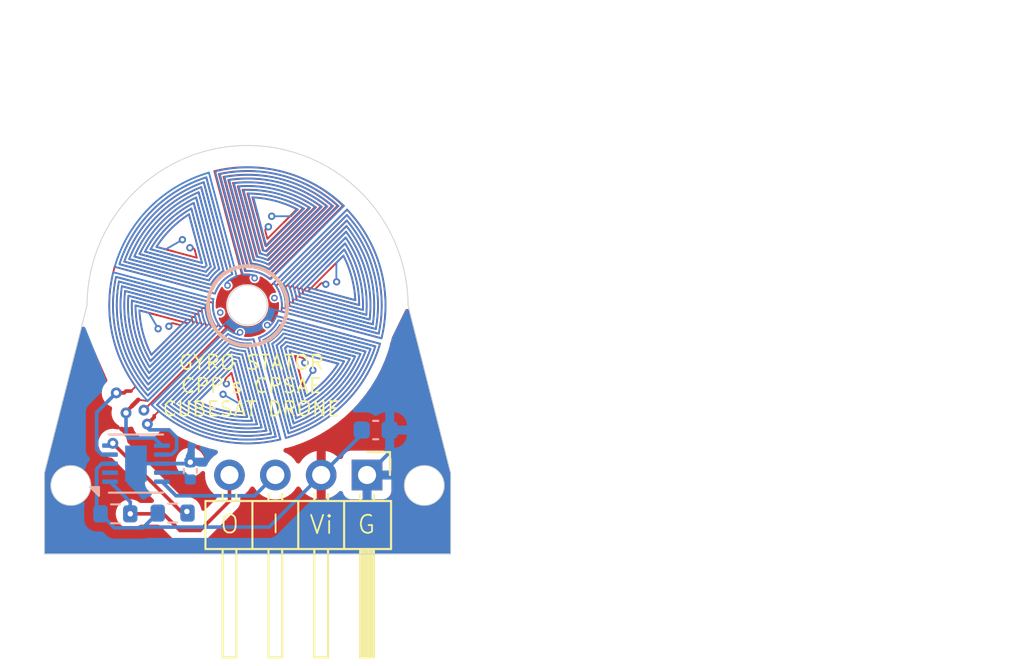
<source format=kicad_pcb>
(kicad_pcb (version 20240108) (generator "pcbnew") (generator_version "8.0")
  (layers (0 "F.Cu" signal) (1 "In1.Cu" signal) (2 "In2.Cu" signal) (31 "B.Cu" signal) (34 "B.Paste" user) (35 "F.Paste" user) (36 "B.SilkS" user "B.Silkscreen") (37 "F.SilkS" user "F.Silkscreen") (38 "B.Mask" user) (39 "F.Mask" user) (44 "Edge.Cuts" user))
  (net 0 "")
  (net 1 "Net-(U1-TOSC)")
  (net 2 "GND")
  (net 3 "+3.3V")
  (net 4 "Net-(U1-FR)")
  (net 6 "Net-(U1-U)")
  (net 7 "Net-(J1-Pin_3)")
  (net 8 "Net-(J1-Pin_4)")
  (footprint "Connector_PinHeader_2.54mm:PinHeader_1x04_P2.54mm_Horizontal" (layer "F.Cu") (at 152.83 110.2 -90)
    (property "Reference" "J1" (hide yes))
    (property "Value" "Conn_01x04" (hide yes))
  )
  (footprint "Package_SON:VSON-10-1EP_3x3mm_P0.5mm_EP1.2x2mm" (layer "B.Cu") (at 140.03 109.570001)
    (property "Reference" "U1" (hide yes))
    (property "Value" "BD67173NUX-E2" (hide yes))
  )
  (footprint "Capacitor_SMD:C_0402_1005Metric" (layer "B.Cu") (at 143.04 109.97 -90)
    (property "Reference" "C1" (hide yes))
    (property "Value" "2200pF" (hide yes))
  )
  (footprint "Resistor_SMD:R_0603_1608Metric" (layer "B.Cu") (at 142.06 112.31 180)
    (property "Reference" "R2" (hide yes))
    (property "Value" "10K" (hide yes))
  )
  (footprint "Capacitor_SMD:C_0603_1608Metric" (layer "B.Cu") (at 153.31 107.71 180)
    (property "Reference" "C3" (hide yes))
    (property "Value" "1uF" (hide yes))
  )
  (footprint "Resistor_SMD:R_0603_1608Metric" (layer "B.Cu") (at 138.89 112.35)
    (property "Reference" "R1" (hide yes))
    (property "Value" "10K" (hide yes))
  )
  (gr_arc (start 151.610854 97.374786) (mid 152.385241 99.141743) (end 152.598081 101.059167) (stroke (width 0.1)) (layer "F.Cu") (net 6))
  (gr_line (start 148.968009 104.091983) (end 149.435307 105.835964) (stroke (width 0.1)) (layer "F.Cu") (net 6))
  (gr_poly (pts (xy 146.7447 102.460501) (xy 147.156217 102.268607) (xy 146.939964 101.80485) (xy 146.528445 101.996744)) (fill solid) (layer "F.Cu") (net 6))
  (gr_line (start 146.232925 103.126492) (end 147.515307 107.912376) (stroke (width 0.1)) (layer "F.Cu") (net 6))
  (gr_arc (start 148.20171 102.357543) (mid 147.914415 102.668678) (end 147.579352 102.927669) (stroke (width 0.1)) (layer "F.Cu") (net 6))
  (gr_arc (start 145.480893 99.254717) (mid 145.890505 99.123597) (end 146.3199 99.099214) (stroke (width 0.1)) (layer "F.Cu") (net 6))
  (gr_line (start 148.806802 96.796042) (end 150.272924 95.329919) (stroke (width 0.1)) (layer "F.Cu") (net 6))
  (gr_line (start 143.228599 95.128774) (end 143.635857 96.64868) (stroke (width 0.1)) (layer "F.Cu") (net 6))
  (gr_line (start 140.231548 97.9609) (end 141.997518 98.434096) (stroke (width 0.1)) (layer "F.Cu") (net 6))
  (gr_line (start 142.450244 106.24124) (end 145.300776 103.39071) (stroke (width 0.1)) (layer "F.Cu") (net 6))
  (gr_line (start 148.164163 105.110238) (end 148.762021 107.341472) (stroke (width 0.1)) (layer "F.Cu") (net 6))
  (gr_poly (pts (xy 147.278391 99.433935) (xy 146.996915 99.236842) (xy 146.703419 99.655995) (xy 146.984897 99.853088)) (fill solid) (layer "F.Cu") (net 6))
  (gr_arc (start 148.409469 103.059224) (mid 148.350571 103.115293) (end 148.29025 103.169828) (stroke (width 0.1)) (layer "F.Cu") (net 6))
  (gr_arc (start 146.935008 99.261243) (mid 146.843913 99.530024) (end 146.578935 99.631652) (stroke (width 0.1)) (layer "F.Cu") (net 6))
  (gr_line (start 141.16413 97.564771) (end 142.159023 97.831358) (stroke (width 0.1)) (layer "F.Cu") (net 6))
  (gr_line (start 143.782441 93.981119) (end 145.120528 98.974934) (stroke (width 0.1)) (layer "F.Cu") (net 6))
  (gr_arc (start 145.744655 103.715157) (mid 145.54985 103.677903) (end 145.357984 103.627658) (stroke (width 0.1)) (layer "F.Cu") (net 6))
  (gr_line (start 145.259275 104.31468) (end 145.42911 104.144846) (stroke (width 0.1)) (layer "F.Cu") (net 6))
  (gr_arc (start 144.372513 93.370531) (mid 148.181349 93.409365) (end 151.499315 95.280152) (stroke (width 0.1)) (layer "F.Cu") (net 6))
  (gr_line (start 151.07817 100.651908) (end 152.598081 101.059174) (stroke (width 0.1)) (layer "F.Cu") (net 6))
  (gr_line (start 147.205645 97.51473) (end 149.290421 95.429954) (stroke (width 0.1)) (layer "F.Cu") (net 6))
  (gr_arc (start 147.178403 99.403224) (mid 147.355018 99.545296) (end 147.511215 99.709551) (stroke (width 0.1)) (layer "F.Cu") (net 6))
  (gr_line (start 146.456414 105.567835) (end 146.993052 107.570587) (stroke (width 0.1)) (layer "F.Cu") (net 6))
  (gr_arc (start 151.719933 95.50077) (mid 153.590719 98.818737) (end 153.629552 102.627574) (stroke (width 0.1)) (layer "F.Cu") (net 6))
  (gr_arc (start 145.57793 103.896591) (mid 145.498423 103.879523) (end 145.419382 103.860415) (stroke (width 0.1)) (layer "F.Cu") (net 6))
  (gr_arc (start 146.885453 97.927058) (mid 147.076738 97.979473) (end 147.26407 98.044618) (stroke (width 0.1)) (layer "F.Cu") (net 6))
  (gr_line (start 140.531446 97.825928) (end 143.830254 98.709839) (stroke (width 0.1)) (layer "F.Cu") (net 6))
  (gr_line (start 141.270754 101.146417) (end 143.158857 101.652322) (stroke (width 0.1)) (layer "F.Cu") (net 6))
  (gr_line (start 146.210575 94.604718) (end 146.549088 95.868083) (stroke (width 0.1)) (layer "F.Cu") (net 6))
  (gr_arc (start 143.206807 101.807724) (mid 143.181834 101.730334) (end 143.158862 101.652327) (stroke (width 0.1)) (layer "F.Cu") (net 6))
  (gr_line (start 148.929825 100.506937) (end 152.973265 101.590373) (stroke (width 0.1)) (layer "F.Cu") (net 6))
  (gr_line (start 150.351123 98.340362) (end 151.643905 97.047579) (stroke (width 0.1)) (layer "F.Cu") (net 6))
  (gr_line (start 150.620573 102.35967) (end 153.286989 103.074131) (stroke (width 0.1)) (layer "F.Cu") (net 6))
  (gr_line (start 149.944883 99.91757) (end 150.436754 100.049368) (stroke (width 0.1)) (layer "F.Cu") (net 6))
  (gr_line (start 142.967458 95.76146) (end 143.234037 96.756345) (stroke (width 0.1)) (layer "F.Cu") (net 6))
  (gr_line (start 149.117836 100.341976) (end 152.790308 101.326015) (stroke (width 0.1)) (layer "F.Cu") (net 6))
  (gr_line (start 145.320243 104.542211) (end 145.452039 105.034083) (stroke (width 0.1)) (layer "F.Cu") (net 6))
  (gr_line (start 147.670121 96.756096) (end 148.946801 95.479416) (stroke (width 0.1)) (layer "F.Cu") (net 6))
  (gr_arc (start 144.169685 99.662135) (mid 144.480174 99.231213) (end 144.880256 98.881882) (stroke (width 0.1)) (layer "F.Cu") (net 6))
  (gr_arc (start 145.919343 106.778056) (mid 144.652092 106.580733) (end 143.455959 106.117994) (stroke (width 0.1)) (layer "F.Cu") (net 6))
  (gr_arc (start 144.467191 102.018121) (mid 144.183815 101.449708) (end 144.081521 100.822866) (stroke (width 0.1)) (layer "F.Cu") (net 6))
  (gr_line (start 148.551538 99.845792) (end 151.670167 96.727162) (stroke (width 0.1)) (layer "F.Cu") (net 6))
  (gr_poly (pts (xy 147.911842 101.159423) (xy 147.951416 100.70709) (xy 147.441664 100.662491) (xy 147.402091 101.114824)) (fill solid) (layer "F.Cu") (net 6))
  (gr_poly (pts (xy 147.494362 99.623108) (xy 147.122409 99.362663) (xy 146.82891 99.781823) (xy 147.200863 100.042269)) (fill solid) (layer "F.Cu") (net 6))
  (gr_line (start 145.409712 94.026821) (end 145.94635 96.029587) (stroke (width 0.1)) (layer "F.Cu") (net 6))
  (gr_line (start 150.896112 95.295045) (end 147.392596 98.79856) (stroke (width 0.1)) (layer "F.Cu") (net 6))
  (gr_arc (start 145.940919 94.402004) (mid 147.858342 94.614844) (end 149.625299 95.389232) (stroke (width 0.1)) (layer "F.Cu") (net 6))
  (gr_line (start 148.543256 103.310411) (end 149.306338 106.15827) (stroke (width 0.1)) (layer "F.Cu") (net 6))
  (gr_line (start 149.944883 99.91757) (end 150.241882 99.620571) (stroke (width 0.1)) (layer "F.Cu") (net 6))
  (gr_line (start 144.88745 93.685041) (end 145.544529 96.137252) (stroke (width 0.1)) (layer "F.Cu") (net 6))
  (gr_line (start 140.841816 97.693748) (end 142.10519 98.032269) (stroke (width 0.1)) (layer "F.Cu") (net 6))
  (gr_line (start 143.363579 94.828871) (end 144.406942 98.722765) (stroke (width 0.1)) (layer "F.Cu") (net 6))
  (gr_arc (start 153.018966 103.217648) (mid 151.316591 105.913913) (end 148.620327 107.616289) (stroke (width 0.1)) (layer "F.Cu") (net 6))
  (gr_arc (start 140.688004 105.797307) (mid 139.012966 102.724834) (end 138.927356 99.226476) (stroke (width 0.1)) (layer "F.Cu") (net 6))
  (gr_arc (start 146.232933 103.126491) (mid 145.704499 103.073057) (end 145.201928 102.901244) (stroke (width 0.1)) (layer "F.Cu") (net 6))
  (gr_line (start 147.201337 96.710461) (end 147.310047 97.116169) (stroke (width 0.1)) (layer "F.Cu") (net 6))
  (gr_line (start 148.365567 96.354806) (end 149.290421 95.429954) (stroke (width 0.1)) (layer "F.Cu") (net 6))
  (gr_poly (pts (xy 145.65807 99.136916) (xy 145.246545 99.328815) (xy 145.462794 99.792564) (xy 145.87432 99.600666)) (fill solid) (layer "F.Cu") (net 6))
  (gr_arc (start 151.643912 97.047574) (mid 152.586155 99.087909) (end 152.790316 101.326012) (stroke (width 0.1)) (layer "F.Cu") (net 6))
  (gr_arc (start 140.531446 97.825921) (mid 141.674483 96.271805) (end 143.2286 95.12877) (stroke (width 0.1)) (layer "F.Cu") (net 6))
  (gr_arc (start 150.241889 99.620578) (mid 150.397929 99.559933) (end 150.54805 99.634025) (stroke (width 0.1)) (layer "F.Cu") (net 6))
  (gr_line (start 150.351405 103.364228) (end 151.871318 103.771495) (stroke (width 0.1)) (layer "F.Cu") (net 6))
  (gr_line (start 149.762819 97.752043) (end 151.71475 95.800109) (stroke (width 0.1)) (layer "F.Cu") (net 6))
  (gr_poly (pts (xy 147.447173 99.768409) (xy 147.388581 99.549743) (xy 147.059963 99.637794) (xy 147.118554 99.856461)) (fill solid) (layer "F.Cu") (net 6))
  (gr_line (start 150.512909 102.761492) (end 152.744141 103.35935) (stroke (width 0.1)) (layer "F.Cu") (net 6))
  (gr_arc (start 147.515307 107.912377) (mid 144.329086 107.786205) (end 141.506651 106.302362) (stroke (width 0.1)) (layer "F.Cu") (net 6))
  (gr_line (start 148.118207 102.119835) (end 152.744141 103.35935) (stroke (width 0.1)) (layer "F.Cu") (net 6))
  (gr_line (start 150.297574 103.56514) (end 151.560942 103.903666) (stroke (width 0.1)) (layer "F.Cu") (net 6))
  (gr_arc (start 146.489949 102.478309) (mid 146.28708 102.500703) (end 146.082989 102.498688) (stroke (width 0.1)) (layer "F.Cu") (net 6))
  (gr_poly (pts (xy 147.368878 99.497286) (xy 146.996927 99.23684) (xy 146.703428 99.656002) (xy 147.07538 99.916445)) (fill solid) (layer "F.Cu") (net 6))
  (gr_arc (start 148.025155 101.879561) (mid 147.623146 102.371277) (end 147.093526 102.721845) (stroke (width 0.1)) (layer "F.Cu") (net 6))
  (gr_arc (start 147.166531 102.202914) (mid 146.979378 101.989611) (end 147.023785 101.70934) (stroke (width 0.1)) (layer "F.Cu") (net 6))
  (gr_arc (start 144.602518 100.208818) (mid 144.684554 100.02193) (end 144.788349 99.846193) (stroke (width 0.1)) (layer "F.Cu") (net 6))
  (gr_line (start 148.055148 103.096065) (end 149.039178 106.768545) (stroke (width 0.1)) (layer "F.Cu") (net 6))
  (gr_line (start 150.64528 98.634518) (end 151.570132 97.709665) (stroke (width 0.1)) (layer "F.Cu") (net 6))
  (gr_arc (start 146.54391 102.679772) (mid 145.808669 102.669934) (end 145.131507 102.383353) (stroke (width 0.1)) (layer "F.Cu") (net 6))
  (gr_line (start 140.791909 104.222622) (end 143.2068 101.807731) (stroke (width 0.1)) (layer "F.Cu") (net 6))
  (gr_line (start 142.967458 95.76146) (end 143.627513 98.224836) (stroke (width 0.1)) (layer "F.Cu") (net 6))
  (gr_arc (start 151.871317 103.771485) (mid 150.728278 105.325599) (end 149.174164 106.468639) (stroke (width 0.1)) (layer "F.Cu") (net 6))
  (gr_arc (start 146.551212 98.28695) (mid 146.964311 98.380184) (end 147.356134 98.540864) (stroke (width 0.1)) (layer "F.Cu") (net 6))
  (gr_arc (start 144.743592 102.035875) (mid 144.384491 101.394219) (end 144.294099 100.66449) (stroke (width 0.1)) (layer "F.Cu") (net 6))
  (gr_line (start 142.90811 98.032071) (end 143.399981 98.163868) (stroke (width 0.1)) (layer "F.Cu") (net 6))
  (gr_arc (start 151.238633 104.032635) (mid 150.434122 105.031445) (end 149.435312 105.835956) (stroke (width 0.1)) (layer "F.Cu") (net 6))
  (gr_arc (start 152.744148 103.359349) (mid 151.169514 105.766836) (end 148.762027 107.34147) (stroke (width 0.1)) (layer "F.Cu") (net 6))
  (gr_line (start 142.518841 101.907376) (end 142.158767 102.267449) (stroke (width 0.1)) (layer "F.Cu") (net 6))
  (gr_line (start 143.640736 94.255944) (end 144.880259 98.881887) (stroke (width 0.1)) (layer "F.Cu") (net 6))
  (gr_line (start 141.039793 106.919103) (end 141.297597 106.661299) (stroke (width 0.1)) (layer "F.Cu") (net 6))
  (gr_line (start 150.808997 101.656474) (end 153.475404 102.370941) (stroke (width 0.1)) (layer "F.Cu") (net 6))
  (gr_line (start 139.804676 100.538241) (end 143.32973 101.482781) (stroke (width 0.1)) (layer "F.Cu") (net 6))
  (gr_line (start 150.056974 98.046214) (end 151.690354 96.412831) (stroke (width 0.1)) (layer "F.Cu") (net 6))
  (gr_arc (start 147.055006 97.756184) (mid 147.133012 97.779157) (end 147.210402 97.804129) (stroke (width 0.1)) (layer "F.Cu") (net 6))
  (gr_arc (start 145.454743 102.329903) (mid 145.276819 102.229492) (end 145.112186 102.108517) (stroke (width 0.1)) (layer "F.Cu") (net 6))
  (gr_line (start 139.383797 98.379763) (end 144.169688 99.662136) (stroke (width 0.1)) (layer "F.Cu") (net 6))
  (gr_arc (start 149.241922 103.708822) (mid 149.372452 103.813637) (end 149.383358 103.980687) (stroke (width 0.1)) (layer "F.Cu") (net 6))
  (gr_line (start 148.290246 103.169832) (end 149.174164 106.468646) (stroke (width 0.1)) (layer "F.Cu") (net 6))
  (gr_line (start 140.882087 103.544131) (end 141.610399 102.815819) (stroke (width 0.1)) (layer "F.Cu") (net 6))
  (gr_line (start 143.501049 94.538255) (end 144.642543 98.798377) (stroke (width 0.1)) (layer "F.Cu") (net 6))
  (gr_line (start 140.222024 101.080747) (end 142.685406 101.74081) (stroke (width 0.1)) (layer "F.Cu") (net 6))
  (gr_line (start 145.853669 105.729332) (end 146.19219 106.992704) (stroke (width 0.1)) (layer "F.Cu") (net 6))
  (gr_line (start 144.629151 93.524675) (end 145.343613 96.19109) (stroke (width 0.1)) (layer "F.Cu") (net 6))
  (gr_arc (start 145.674074 94.20977) (mid 147.912177 94.413931) (end 149.952511 95.356174) (stroke (width 0.1)) (layer "F.Cu") (net 6))
  (gr_line (start 146.549088 95.868083) (end 147.055009 97.756187) (stroke (width 0.1)) (layer "F.Cu") (net 6))
  (gr_line (start 140.469765 106.603676) (end 140.469773 106.610131) (stroke (width 0.254)) (layer "F.Cu") (net 6))
  (gr_line (start 142.129834 106.267496) (end 143.595955 104.801374) (stroke (width 0.1)) (layer "F.Cu") (net 6))
  (gr_line (start 143.782441 93.981119) (end 144.439498 96.433338) (stroke (width 0.1)) (layer "F.Cu") (net 6))
  (gr_arc (start 146.99305 107.570585) (mid 144.436755 107.384382) (end 142.129837 106.267492) (stroke (width 0.1)) (layer "F.Cu") (net 6))
  (gr_arc (start 145.409715 94.026823) (mid 147.966012 94.213019) (end 150.272928 95.329916) (stroke (width 0.1)) (layer "F.Cu") (net 6))
  (gr_arc (start 145.454877 102.330376) (mid 145.276951 102.229969) (end 145.11232 102.10899) (stroke (width 0.1)) (layer "F.Cu") (net 6))
  (gr_line (start 139.612441 100.271394) (end 143.506344 101.314764) (stroke (width 0.1)) (layer "F.Cu") (net 6))
  (gr_line (start 147.210402 97.804129) (end 149.625299 95.389232) (stroke (width 0.1)) (layer "F.Cu") (net 6))
  (gr_line (start 145.452039 105.034083) (end 145.919339 106.778062) (stroke (width 0.1)) (layer "F.Cu") (net 6))
  (gr_line (start 147.264065 98.044623) (end 149.952506 95.35618) (stroke (width 0.1)) (layer "F.Cu") (net 6))
  (gr_line (start 149.248037 97.237275) (end 151.199977 95.285335) (stroke (width 0.1)) (layer "F.Cu") (net 6))
  (gr_line (start 146.657325 105.514004) (end 147.255176 107.745229) (stroke (width 0.1)) (layer "F.Cu") (net 6))
  (gr_line (start 145.909609 103.527154) (end 146.993052 107.570587) (stroke (width 0.1)) (layer "F.Cu") (net 6))
  (gr_line (start 139.658616 98.238065) (end 144.072417 99.420743) (stroke (width 0.1)) (layer "F.Cu") (net 6))
  (gr_line (start 143.154714 104.360147) (end 141.202781 106.31208) (stroke (width 0.1)) (layer "F.Cu") (net 6))
  (gr_line (start 147.579349 102.927675) (end 148.762021 107.341472) (stroke (width 0.1)) (layer "F.Cu") (net 6))
  (gr_line (start 140.231548 97.9609) (end 143.904021 98.944939) (stroke (width 0.1)) (layer "F.Cu") (net 6))
  (gr_line (start 139.115768 98.523284) (end 144.278236 99.906561) (stroke (width 0.1)) (layer "F.Cu") (net 6))
  (gr_line (start 138.853744 98.668411) (end 144.401059 100.154812) (stroke (width 0.1)) (layer "F.Cu") (net 6))
  (gr_arc (start 146.728691 107.387638) (mid 144.490589 107.18347) (end 142.450251 106.241234) (stroke (width 0.1)) (layer "F.Cu") (net 6))
  (gr_line (start 144.372508 93.370533) (end 144.815495 95.02379) (stroke (width 0.1)) (layer "F.Cu") (net 6))
  (gr_line (start 139.254856 99.744909) (end 143.880791 100.984425) (stroke (width 0.1)) (layer "F.Cu") (net 6))
  (gr_line (start 143.228599 95.128774) (end 144.17313 98.653823) (stroke (width 0.1)) (layer "F.Cu") (net 6))
  (gr_line (start 139.429498 100.007033) (end 143.689626 101.148539) (stroke (width 0.1)) (layer "F.Cu") (net 6))
  (gr_line (start 147.78603 99.728831) (end 151.71475 95.800109) (stroke (width 0.1)) (layer "F.Cu") (net 6))
  (gr_line (start 145.357981 103.627661) (end 142.777458 106.208185) (stroke (width 0.1)) (layer "F.Cu") (net 6))
  (gr_arc (start 146.390333 102.910267) (mid 145.756385 102.871472) (end 145.162378 102.646639) (stroke (width 0.1)) (layer "F.Cu") (net 6))
  (gr_line (start 147.963252 105.164071) (end 148.620317 107.616296) (stroke (width 0.1)) (layer "F.Cu") (net 6))
  (gr_line (start 139.75551 105.551197) (end 140.013313 105.293391) (stroke (width 0.1)) (layer "F.Cu") (net 6))
  (gr_line (start 140.841816 97.693748) (end 143.689675 98.456831) (stroke (width 0.1)) (layer "F.Cu") (net 6))
  (gr_poly (pts (xy 147.369006 99.497766) (xy 146.997062 99.237329) (xy 146.703564 99.656488) (xy 147.075507 99.916928)) (fill solid) (layer "F.Cu") (net 6))
  (gr_line (start 147.143482 97.282735) (end 147.205645 97.51473) (stroke (width 0.1)) (layer "F.Cu") (net 6))
  (gr_arc (start 148.551541 99.845788) (mid 148.677347 100.25016) (end 148.734106 100.66983) (stroke (width 0.1)) (layer "F.Cu") (net 6))
  (gr_line (start 148.27732 102.593143) (end 152.171222 103.636515) (stroke (width 0.1)) (layer "F.Cu") (net 6))
  (gr_line (start 148.409464 103.059226) (end 150.297574 103.56514) (stroke (width 0.1)) (layer "F.Cu") (net 6))
  (gr_arc (start 152.461838 103.49904) (mid 151.022435 105.619757) (end 148.901718 107.05916) (stroke (width 0.1)) (layer "F.Cu") (net 6))
  (gr_poly (pts (xy 147.635699 100.962158) (xy 147.8981 101.224559) (xy 147.7179 101.404759) (xy 147.4555 101.142357)) (fill solid) (layer "F.Cu") (net 6))
  (gr_arc (start 144.278239 99.906559) (mid 144.628808 99.376938) (end 145.120526 98.97493) (stroke (width 0.1)) (layer "F.Cu") (net 6))
  (gr_line (start 145.147581 93.852186) (end 145.74544 96.08342) (stroke (width 0.1)) (layer "F.Cu") (net 6))
  (gr_arc (start 146.921869 102.342705) (mid 146.512256 102.473819) (end 146.082863 102.498206) (stroke (width 0.1)) (layer "F.Cu") (net 6))
  (gr_line (start 151.132004 100.450997) (end 152.395375 100.789518) (stroke (width 0.1)) (layer "F.Cu") (net 6))
  (gr_arc (start 140.832633 103.887742) (mid 140.218441 102.401829) (end 140.00739 100.807894) (stroke (width 0.1)) (layer "F.Cu") (net 6))
  (gr_arc (start 144.401064 100.154807) (mid 144.777201 99.522985) (end 145.363973 99.07984) (stroke (width 0.1)) (layer "F.Cu") (net 6))
  (gr_arc (start 144.629154 93.524678) (mid 148.127515 93.61028) (end 151.199986 95.285326) (stroke (width 0.1)) (layer "F.Cu") (net 6))
  (gr_line (start 141.506653 106.302364) (end 145.162374 102.646643) (stroke (width 0.1)) (layer "F.Cu") (net 6))
  (gr_line (start 139.940929 98.098375) (end 141.943679 98.634999) (stroke (width 0.1)) (layer "F.Cu") (net 6))
  (gr_arc (start 145.034457 101.176738) (mid 144.932805 101.441691) (end 144.664047 101.532811) (stroke (width 0.1)) (layer "F.Cu") (net 6))
  (gr_arc (start 145.945434 101.9988) (mid 146.124089 102.219305) (end 146.068597 102.497623) (stroke (width 0.1)) (layer "F.Cu") (net 6))
  (gr_line (start 140.712416 105.184582) (end 143.943541 101.953458) (stroke (width 0.1)) (layer "F.Cu") (net 6))
  (gr_line (start 148.303922 99.799252) (end 151.690354 96.412831) (stroke (width 0.1)) (layer "F.Cu") (net 6))
  (gr_arc (start 141.854706 101.963396) (mid 141.947675 101.824178) (end 142.113126 101.798672) (stroke (width 0.1)) (layer "F.Cu") (net 6))
  (gr_arc (start 140.231543 97.9609) (mid 141.527405 96.124727) (end 143.363579 94.828866) (stroke (width 0.1)) (layer "F.Cu") (net 6))
  (gr_line (start 147.800032 101.388565) (end 151.895543 102.48596) (stroke (width 0.1)) (layer "F.Cu") (net 6))
  (gr_line (start 145.147581 93.852186) (end 146.38709 98.478129) (stroke (width 0.1)) (layer "F.Cu") (net 6))
  (gr_line (start 147.167014 100.053082) (end 147.520568 99.699528) (stroke (width 0.1)) (layer "F.Cu") (net 6))
  (gr_line (start 139.815664 106.375492) (end 140.155922 106.035233) (stroke (width 0.25)) (layer "F.Cu") (net 6))
  (gr_arc (start 153.548803 102.928943) (mid 151.610749 106.208071) (end 148.331621 108.146125) (stroke (width 0.1)) (layer "F.Cu") (net 6))
  (gr_arc (start 148.79338 99.898105) (mid 148.878964 100.198629) (end 148.929827 100.506935) (stroke (width 0.1)) (layer "F.Cu") (net 6))
  (gr_line (start 150.509664 96.71104) (end 151.719933 95.50077) (stroke (width 0.1)) (layer "F.Cu") (net 6))
  (gr_arc (start 151.705042 96.103975) (mid 153.188892 98.926406) (end 153.315055 102.112628) (stroke (width 0.1)) (layer "F.Cu") (net 6))
  (gr_line (start 149.547517 100.026438) (end 152.395375 100.789518) (stroke (width 0.1)) (layer "F.Cu") (net 6))
  (gr_poly (pts (xy 145.557962 99.183601) (xy 145.246536 99.32882) (xy 145.462791 99.792578) (xy 145.774215 99.647358)) (fill solid) (layer "F.Cu") (net 6))
  (gr_poly (pts (xy 146.844803 102.413817) (xy 147.15622 102.2686) (xy 146.939966 101.804842) (xy 146.62855 101.95006)) (fill solid) (layer "F.Cu") (net 6))
  (gr_line (start 143.640736 94.255944) (end 144.238595 96.487177) (stroke (width 0.1)) (layer "F.Cu") (net 6))
  (gr_line (start 143.925963 93.713105) (end 144.640423 96.379505) (stroke (width 0.1)) (layer "F.Cu") (net 6))
  (gr_line (start 140.758838 104.549834) (end 143.447292 101.861393) (stroke (width 0.1)) (layer "F.Cu") (net 6))
  (gr_arc (start 143.830257 98.709835) (mid 143.884792 98.649513) (end 143.940862 98.590617) (stroke (width 0.1)) (layer "F.Cu") (net 6))
  (gr_line (start 151.895543 102.48596) (end 153.548801 102.928948) (stroke (width 0.1)) (layer "F.Cu") (net 6))
  (gr_line (start 146.543905 102.679777) (end 148.03025 108.226882) (stroke (width 0.1)) (layer "F.Cu") (net 6))
  (gr_line (start 139.087711 99.484778) (end 141.539916 100.141851) (stroke (width 0.1)) (layer "F.Cu") (net 6))
  (gr_line (start 147.920246 101.636117) (end 153.286989 103.074131) (stroke (width 0.1)) (layer "F.Cu") (net 6))
  (gr_line (start 150.916673 101.254653) (end 153.1479 101.852504) (stroke (width 0.1)) (layer "F.Cu") (net 6))
  (gr_arc (start 146.934882 99.260761) (mid 146.84374 99.529499) (end 146.578808 99.631172) (stroke (width 0.1)) (layer "F.Cu") (net 6))
  (gr_line (start 143.890112 105.095531) (end 142.777458 106.208185) (stroke (width 0.1)) (layer "F.Cu") (net 6))
  (gr_arc (start 139.658617 98.238059) (mid 141.233249 95.83057) (end 143.640738 94.255939) (stroke (width 0.1)) (layer "F.Cu") (net 6))
  (gr_line (start 149.168735 104.84107) (end 149.435307 105.835964) (stroke (width 0.1)) (layer "F.Cu") (net 6))
  (gr_line (start 149.909889 97.899128) (end 151.705042 96.103975) (stroke (width 0.1)) (layer "F.Cu") (net 6))
  (gr_line (start 150.792365 98.781591) (end 151.520671 98.053285) (stroke (width 0.1)) (layer "F.Cu") (net 6))
  (gr_line (start 150.243741 103.766063) (end 151.238626 104.032643) (stroke (width 0.1)) (layer "F.Cu") (net 6))
  (gr_line (start 140.882087 103.544131) (end 142.158767 102.267449) (stroke (width 0.1)) (layer "F.Cu") (net 6))
  (gr_line (start 148.967817 104.89491) (end 149.306338 106.15827) (stroke (width 0.1)) (layer "F.Cu") (net 6))
  (gr_arc (start 144.503071 100.932097) (mid 144.781385 100.876623) (end 145.001894 101.055261) (stroke (width 0.1)) (layer "F.Cu") (net 6))
  (gr_line (start 144.629151 93.524675) (end 146.067158 98.891424) (stroke (width 0.1)) (layer "F.Cu") (net 6))
  (gr_line (start 147.329925 101.262156) (end 147.812886 101.391563) (stroke (width 0.1)) (layer "F.Cu") (net 6))
  (gr_line (start 138.927353 99.226474) (end 144.294089 100.664496) (stroke (width 0.1)) (layer "F.Cu") (net 6))
  (gr_line (start 150.862827 101.455563) (end 153.315045 102.112635) (stroke (width 0.1)) (layer "F.Cu") (net 6))
  (gr_line (start 145.409712 94.026821) (end 146.551208 98.286954) (stroke (width 0.1)) (layer "F.Cu") (net 6))
  (gr_arc (start 146.072508 103.331428) (mid 145.652839 103.274666) (end 145.248466 103.148864) (stroke (width 0.1)) (layer "F.Cu") (net 6))
  (gr_arc (start 143.019399 97.61673) (mid 143.186478 97.627576) (end 143.291265 97.758164) (stroke (width 0.1)) (layer "F.Cu") (net 6))
  (gr_arc (start 146.461844 107.195402) (mid 144.544423 106.982556) (end 142.777464 106.208176) (stroke (width 0.1)) (layer "F.Cu") (net 6))
  (gr_line (start 148.953887 96.943111) (end 150.587261 95.309739) (stroke (width 0.1)) (layer "F.Cu") (net 6))
  (gr_poly (pts (xy 146.564539 101.995465) (xy 146.065625 102.039114) (xy 146.110221 102.548867) (xy 146.609135 102.505217)) (fill solid) (layer "F.Cu") (net 6))
  (gr_arc (start 148.303922 99.799251) (mid 148.475738 100.30182) (end 148.52917 100.830254) (stroke (width 0.1)) (layer "F.Cu") (net 6))
  (gr_line (start 148.201702 102.357549) (end 152.461837 103.499045) (stroke (width 0.1)) (layer "F.Cu") (net 6))
  (gr_arc (start 140.011837 105.294513) (mid 138.665834 102.117614) (end 138.852672 98.672399) (stroke (width 0.1)) (layer "F.Cu") (net 6))
  (gr_line (start 146.858228 105.460165) (end 147.515307 107.912376) (stroke (width 0.1)) (layer "F.Cu") (net 6))
  (gr_arc (start 148.277322 102.593141) (mid 148.059851 102.81752) (end 147.818283 103.015723) (stroke (width 0.1)) (layer "F.Cu") (net 6))
  (gr_line (start 150.896112 95.295045) (end 149.100958 97.090197) (stroke (width 0.1)) (layer "F.Cu") (net 6))
  (gr_arc (start 147.255181 107.745227) (mid 144.38292 107.585294) (end 141.815503 106.287669) (stroke (width 0.1)) (layer "F.Cu") (net 6))
  (gr_arc (start 144.504339 100.650325) (mid 144.539071 100.426335) (end 144.60322 100.208936) (stroke (width 0.1)) (layer "F.Cu") (net 6))
  (gr_arc (start 144.072417 99.420734) (mid 144.331406 99.08567) (end 144.642543 98.798376) (stroke (width 0.1)) (layer "F.Cu") (net 6))
  (gr_line (start 148.312944 100.987657) (end 153.475404 102.370941) (stroke (width 0.1)) (layer "F.Cu") (net 6))
  (gr_line (start 147.356129 98.540869) (end 150.587261 95.309739) (stroke (width 0.1)) (layer "F.Cu") (net 6))
  (gr_line (start 150.970506 101.053742) (end 152.973265 101.590373) (stroke (width 0.1)) (layer "F.Cu") (net 6))
  (gr_arc (start 143.447295 101.861393) (mid 143.382153 101.67406) (end 143.329735 101.482777) (stroke (width 0.1)) (layer "F.Cu") (net 6))
  (gr_line (start 148.049314 99.759703) (end 151.705042 96.103975) (stroke (width 0.1)) (layer "F.Cu") (net 6))
  (gr_line (start 148.766907 104.948743) (end 149.174164 106.468646) (stroke (width 0.1)) (layer "F.Cu") (net 6))
  (gr_line (start 151.185834 100.250088) (end 152.180734 100.516668) (stroke (width 0.1)) (layer "F.Cu") (net 6))
  (gr_line (start 140.732591 104.870253) (end 143.692596 101.910247) (stroke (width 0.1)) (layer "F.Cu") (net 6))
  (gr_line (start 150.459069 102.962409) (end 152.461837 103.499045) (stroke (width 0.1)) (layer "F.Cu") (net 6))
  (gr_line (start 142.685406 101.74081) (end 142.917403 101.802972) (stroke (width 0.1)) (layer "F.Cu") (net 6))
  (gr_line (start 146.255498 105.621674) (end 146.728686 107.387639) (stroke (width 0.1)) (layer "F.Cu") (net 6))
  (gr_line (start 148.02516 101.879566) (end 153.018959 103.217652) (stroke (width 0.1)) (layer "F.Cu") (net 6))
  (gr_line (start 151.199977 95.285335) (end 147.420794 99.064517) (stroke (width 0.1)) (layer "F.Cu") (net 6))
  (gr_line (start 139.087711 99.484778) (end 144.081513 100.822865) (stroke (width 0.1)) (layer "F.Cu") (net 6))
  (gr_line (start 145.201921 102.90125) (end 141.815496 106.287677) (stroke (width 0.1)) (layer "F.Cu") (net 6))
  (gr_line (start 149.299266 100.175256) (end 152.598081 101.059174) (stroke (width 0.1)) (layer "F.Cu") (net 6))
  (gr_arc (start 145.945299 101.998313) (mid 146.123909 102.218828) (end 146.068462 102.497134) (stroke (width 0.1)) (layer "F.Cu") (net 6))
  (gr_arc (start 145.147582 93.852179) (mid 148.019846 94.012104) (end 150.587261 95.309739) (stroke (width 0.1)) (layer "F.Cu") (net 6))
  (gr_arc (start 145.909614 103.527149) (mid 145.601306 103.476292) (end 145.300783 103.390702) (stroke (width 0.1)) (layer "F.Cu") (net 6))
  (gr_poly (pts (xy 144.684857 100.19265) (xy 144.947265 100.455058) (xy 144.767066 100.635257) (xy 144.504658 100.372849)) (fill solid) (layer "F.Cu") (net 6))
  (gr_line (start 150.436754 100.049368) (end 152.180734 100.516668) (stroke (width 0.1)) (layer "F.Cu") (net 6))
  (gr_arc (start 143.943541 101.953458) (mid 143.782863 101.561634) (end 143.689628 101.148535) (stroke (width 0.1)) (layer "F.Cu") (net 6))
  (gr_arc (start 146.457329 99.598622) (mid 146.27868 99.378115) (end 146.334168 99.099801) (stroke (width 0.1)) (layer "F.Cu") (net 6))
  (gr_line (start 143.925963 93.713105) (end 145.36397 99.079841) (stroke (width 0.1)) (layer "F.Cu") (net 6))
  (gr_line (start 148.529164 100.830256) (end 153.315045 102.112635) (stroke (width 0.1)) (layer "F.Cu") (net 6))
  (gr_arc (start 146.365999 102.007746) (mid 145.2366 101.545) (end 145.073284 100.335451) (stroke (width 0.104)) (layer "F.Cu") (net 6))
  (gr_line (start 146.845274 102.599027) (end 148.331618 108.146131) (stroke (width 0.1)) (layer "F.Cu") (net 6))
  (gr_line (start 148.543256 103.310411) (end 148.775244 103.372579) (stroke (width 0.1)) (layer "F.Cu") (net 6))
  (gr_line (start 147.818281 103.015725) (end 148.901717 107.059165) (stroke (width 0.1)) (layer "F.Cu") (net 6))
  (gr_arc (start 149.030337 99.955306) (mid 149.080586 100.147169) (end 149.117836 100.341974) (stroke (width 0.1)) (layer "F.Cu") (net 6))
  (gr_arc (start 139.940927 98.098368) (mid 141.380328 95.97765) (end 143.501045 94.538248) (stroke (width 0.1)) (layer "F.Cu") (net 6))
  (gr_line (start 151.024338 100.852834) (end 152.790308 101.326015) (stroke (width 0.1)) (layer "F.Cu") (net 6))
  (gr_arc (start 146.45745 99.599108) (mid 146.278863 99.378588) (end 146.334288 99.100288) (stroke (width 0.1)) (layer "F.Cu") (net 6))
  (gr_line (start 144.815495 95.02379) (end 145.91289 99.119305) (stroke (width 0.1)) (layer "F.Cu") (net 6))
  (gr_line (start 140.687999 105.797312) (end 144.467189 102.018123) (stroke (width 0.1)) (layer "F.Cu") (net 6))
  (gr_line (start 140.222024 101.080747) (end 141.216909 101.347327) (stroke (width 0.1)) (layer "F.Cu") (net 6))
  (gr_line (start 143.363579 94.828871) (end 143.836775 96.594842) (stroke (width 0.1)) (layer "F.Cu") (net 6))
  (gr_line (start 145.652759 105.783162) (end 145.919339 106.778062) (stroke (width 0.1)) (layer "F.Cu") (net 6))
  (gr_line (start 139.383797 98.379763) (end 141.836017 99.036834) (stroke (width 0.1)) (layer "F.Cu") (net 6))
  (gr_line (start 146.483425 94.819359) (end 147.143482 97.282735) (stroke (width 0.1)) (layer "F.Cu") (net 6))
  (gr_line (start 149.030333 99.955309) (end 151.610854 97.374786) (stroke (width 0.1)) (layer "F.Cu") (net 6))
  (gr_arc (start 140.697723 105.493434) (mid 139.213879 102.671) (end 139.087708 99.484778) (stroke (width 0.1)) (layer "F.Cu") (net 6))
  (gr_arc (start 140.841822 97.69375) (mid 141.821562 96.418885) (end 143.096427 95.439145) (stroke (width 0.1)) (layer "F.Cu") (net 6))
  (gr_line (start 142.113132 101.798666) (end 142.518841 101.907376) (stroke (width 0.1)) (layer "F.Cu") (net 6))
  (gr_arc (start 145.224354 102.194192) (mid 145.047741 102.052118) (end 144.891542 101.887864) (stroke (width 0.1)) (layer "F.Cu") (net 6))
  (gr_arc (start 147.899684 100.665318) (mid 147.621379 100.720767) (end 147.400864 100.542156) (stroke (width 0.1)) (layer "F.Cu") (net 6))
  (gr_arc (start 140.732594 104.870249) (mid 139.615703 102.563331) (end 139.429502 100.007036) (stroke (width 0.1)) (layer "F.Cu") (net 6))
  (gr_arc (start 151.570132 97.709665) (mid 152.184328 99.195578) (end 152.395376 100.789514) (stroke (width 0.1)) (layer "F.Cu") (net 6))
  (gr_arc (start 140.791909 104.222622) (mid 140.017526 102.455663) (end 139.804683 100.538241) (stroke (width 0.1)) (layer "F.Cu") (net 6))
  (gr_line (start 139.612441 100.271394) (end 141.378412 100.74459) (stroke (width 0.1)) (layer "F.Cu") (net 6))
  (gr_arc (start 149.263094 100.016704) (mid 149.282201 100.095745) (end 149.299269 100.175251) (stroke (width 0.1)) (layer "F.Cu") (net 6))
  (gr_line (start 148.565997 105.002575) (end 149.039178 106.768545) (stroke (width 0.1)) (layer "F.Cu") (net 6))
  (gr_line (start 140.682882 106.096588) (end 144.74359 102.03588) (stroke (width 0.1)) (layer "F.Cu") (net 6))
  (gr_line (start 143.627513 98.224836) (end 143.689675 98.456831) (stroke (width 0.1)) (layer "F.Cu") (net 6))
  (gr_line (start 145.023243 104.839211) (end 145.320243 104.542211) (stroke (width 0.1)) (layer "F.Cu") (net 6))
  (gr_arc (start 147.920246 101.636113) (mid 147.4771 102.222884) (end 146.845279 102.59902) (stroke (width 0.1)) (layer "F.Cu") (net 6))
  (gr_line (start 148.734104 100.669834) (end 153.1479 101.852504) (stroke (width 0.1)) (layer "F.Cu") (net 6))
  (gr_line (start 147.312919 98.289925) (end 150.272924 95.329919) (stroke (width 0.1)) (layer "F.Cu") (net 6))
  (gr_line (start 146.072505 103.331434) (end 147.255176 107.745229) (stroke (width 0.1)) (layer "F.Cu") (net 6))
  (gr_line (start 150.498209 98.487433) (end 151.610854 97.374786) (stroke (width 0.1)) (layer "F.Cu") (net 6))
  (gr_line (start 147.093525 102.72185) (end 148.476802 107.884318) (stroke (width 0.1)) (layer "F.Cu") (net 6))
  (gr_line (start 140.832626 103.88775) (end 141.757478 102.962897) (stroke (width 0.1)) (layer "F.Cu") (net 6))
  (gr_line (start 148.512646 96.501885) (end 149.625299 95.389232) (stroke (width 0.1)) (layer "F.Cu") (net 6))
  (gr_arc (start 145.467883 102.33666) (mid 145.559016 102.067915) (end 145.823957 101.96625) (stroke (width 0.1)) (layer "F.Cu") (net 6))
  (gr_arc (start 148.346263 102.826952) (mid 148.205228 102.966399) (end 148.055149 103.096062) (stroke (width 0.1)) (layer "F.Cu") (net 6))
  (gr_line (start 147.43855 99.340918) (end 151.499315 95.280152) (stroke (width 0.1)) (layer "F.Cu") (net 6))
  (gr_arc (start 147.78603 99.728828) (mid 148.07262 100.405988) (end 148.08245 101.141231) (stroke (width 0.1)) (layer "F.Cu") (net 6))
  (gr_line (start 145.577925 103.896596) (end 146.461845 107.195412) (stroke (width 0.1)) (layer "F.Cu") (net 6))
  (gr_arc (start 146.192192 106.992698) (mid 144.598257 106.781646) (end 143.112344 106.167454) (stroke (width 0.1)) (layer "F.Cu") (net 6))
  (gr_line (start 138.927353 99.226474) (end 141.593748 99.940941) (stroke (width 0.1)) (layer "F.Cu") (net 6))
  (gr_line (start 139.940929 98.098375) (end 143.984362 99.181806) (stroke (width 0.1)) (layer "F.Cu") (net 6))
  (gr_line (start 148.346263 102.826955) (end 151.871318 103.771495) (stroke (width 0.1)) (layer "F.Cu") (net 6))
  (gr_arc (start 145.072014 100.336754) (mid 146.037468 99.590065) (end 147.16662 100.05338) (stroke (width 0.104)) (layer "F.Cu") (net 6))
  (gr_line (start 145.131501 102.383358) (end 141.202781 106.31208) (stroke (width 0.1)) (layer "F.Cu") (net 6))
  (gr_line (start 148.79338 99.898105) (end 151.643905 97.047579) (stroke (width 0.1)) (layer "F.Cu") (net 6))
  (gr_arc (start 146.067168 98.89142) (mid 146.796901 98.981806) (end 147.438554 99.340916) (stroke (width 0.1)) (layer "F.Cu") (net 6))
  (gr_arc (start 147.330744 101.26066) (mid 146.365287 102.007327) (end 145.236137 101.544034) (stroke (width 0.104)) (layer "F.Cu") (net 6))
  (gr_poly (pts (xy 146.47075 102.392746) (xy 146.689417 102.451337) (xy 146.777473 102.122709) (xy 146.558806 102.064117)) (fill solid) (layer "F.Cu") (net 6))
  (gr_poly (pts (xy 147.4845 99.788389) (xy 147.418543 99.542234) (xy 147.060098 99.638278) (xy 147.126056 99.884434)) (fill solid) (layer "F.Cu") (net 6))
  (gr_arc (start 151.560943 103.903658) (mid 150.581202 105.178522) (end 149.306338 106.158264) (stroke (width 0.1)) (layer "F.Cu") (net 6))
  (gr_arc (start 151.690347 96.412825) (mid 152.98798 98.98024) (end 153.147906 101.852503) (stroke (width 0.1)) (layer "F.Cu") (net 6))
  (gr_line (start 148.082448 101.141233) (end 153.629554 102.627579) (stroke (width 0.1)) (layer "F.Cu") (net 6))
  (gr_arc (start 141.164132 97.564773) (mid 141.968641 96.565961) (end 142.967453 95.761452) (stroke (width 0.1)) (layer "F.Cu") (net 6))
  (gr_line (start 145.940919 94.402011) (end 146.348178 95.921916) (stroke (width 0.1)) (layer "F.Cu") (net 6))
  (gr_arc (start 145.912808 99.119107) (mid 146.115677 99.096711) (end 146.319769 99.098726) (stroke (width 0.1)) (layer "F.Cu") (net 6))
  (gr_arc (start 145.236232 99.394509) (mid 145.423391 99.607809) (end 145.378981 99.888082) (stroke (width 0.1)) (layer "F.Cu") (net 6))
  (gr_line (start 140.531446 97.825928) (end 142.051351 98.233185) (stroke (width 0.1)) (layer "F.Cu") (net 6))
  (gr_arc (start 144.887458 93.685031) (mid 148.073681 93.811193) (end 150.896112 95.295045) (stroke (width 0.1)) (layer "F.Cu") (net 6))
  (gr_line (start 147.762334 105.21791) (end 148.476802 107.884318) (stroke (width 0.1)) (layer "F.Cu") (net 6))
  (gr_line (start 142.450244 106.24124) (end 143.743033 104.948453) (stroke (width 0.1)) (layer "F.Cu") (net 6))
  (gr_line (start 145.940919 94.402011) (end 146.885453 97.927059) (stroke (width 0.1)) (layer "F.Cu") (net 6))
  (gr_line (start 148.775244 103.372579) (end 151.238626 104.032643) (stroke (width 0.1)) (layer "F.Cu") (net 6))
  (gr_line (start 143.455954 106.117999) (end 145.259275 104.31468) (stroke (width 0.1)) (layer "F.Cu") (net 6))
  (gr_arc (start 147.178269 99.40275) (mid 147.496633 99.691918) (end 147.732439 100.051599) (stroke (width 0.1)) (layer "F.Cu") (net 6))
  (gr_line (start 148.365072 105.056406) (end 148.901717 107.059165) (stroke (width 0.1)) (layer "F.Cu") (net 6))
  (gr_arc (start 140.712416 105.184582) (mid 139.41479 102.617166) (end 139.25486 99.744905) (stroke (width 0.1)) (layer "F.Cu") (net 6))
  (gr_poly (pts (xy 144.53679 100.266756) (xy 144.497215 100.719098) (xy 145.006958 100.763695) (xy 145.046533 100.31135)) (fill solid) (layer "F.Cu") (net 6))
  (gr_line (start 144.037189 105.242608) (end 145.419379 103.860419) (stroke (width 0.1)) (layer "F.Cu") (net 6))
  (gr_poly (pts (xy 145.999265 99.587379) (xy 146.337005 99.557832) (xy 146.292407 99.048079) (xy 145.954666 99.077626)) (fill solid) (layer "F.Cu") (net 6))
  (gr_line (start 139.658616 98.238065) (end 141.889849 98.835924) (stroke (width 0.1)) (layer "F.Cu") (net 6))
  (gr_line (start 140.832626 103.88775) (end 142.917403 101.802972) (stroke (width 0.1)) (layer "F.Cu") (net 6))
  (gr_line (start 145.42911 104.144846) (end 146.19219 106.992704) (stroke (width 0.1)) (layer "F.Cu") (net 6))
  (gr_line (start 145.674071 94.209777) (end 146.14726 95.975755) (stroke (width 0.1)) (layer "F.Cu") (net 6))
  (gr_line (start 146.054587 105.675507) (end 146.461845 107.195412) (stroke (width 0.1)) (layer "F.Cu") (net 6))
  (gr_arc (start 140.758853 104.549835) (mid 139.816615 102.509497) (end 139.612447 100.271394) (stroke (width 0.1)) (layer "F.Cu") (net 6))
  (gr_arc (start 147.773611 108.072731) (mid 144.275252 107.987119) (end 141.202779 106.312082) (stroke (width 0.1)) (layer "F.Cu") (net 6))
  (gr_poly (pts (xy 145.033892 102.100127) (xy 145.405837 102.360567) (xy 145.699329 101.941415) (xy 145.327386 101.680977)) (fill solid) (layer "F.Cu") (net 6))
  (gr_line (start 148.218488 96.207729) (end 148.946801 95.479416) (stroke (width 0.1)) (layer "F.Cu") (net 6))
  (gr_arc (start 153.286988 103.074127) (mid 151.46367 106.060992) (end 148.476805 107.88431) (stroke (width 0.1)) (layer "F.Cu") (net 6))
  (gr_line (start 148.659724 96.648964) (end 149.952506 95.35618) (stroke (width 0.1)) (layer "F.Cu") (net 6))
  (gr_arc (start 147.800238 101.388595) (mid 147.718199 101.575482) (end 147.614409 101.751223) (stroke (width 0.1)) (layer "F.Cu") (net 6))
  (gr_line (start 150.204045 98.193285) (end 151.670167 96.727162) (stroke (width 0.1)) (layer "F.Cu") (net 6))
  (gr_arc (start 152.17122 103.636506) (mid 150.875357 105.472678) (end 149.039185 106.768543) (stroke (width 0.1)) (layer "F.Cu") (net 6))
  (gr_line (start 143.09642 95.439145) (end 143.434948 96.702512) (stroke (width 0.1)) (layer "F.Cu") (net 6))
  (gr_arc (start 143.984365 99.181803) (mid 144.182565 98.940233) (end 144.406945 98.722763) (stroke (width 0.1)) (layer "F.Cu") (net 6))
  (gr_line (start 139.115768 98.523284) (end 141.782176 99.237737) (stroke (width 0.1)) (layer "F.Cu") (net 6))
  (gr_arc (start 143.904023 98.944939) (mid 144.033687 98.794859) (end 144.173135 98.653823) (stroke (width 0.1)) (layer "F.Cu") (net 6))
  (gr_line (start 144.184267 105.389686) (end 143.455954 106.117999) (stroke (width 0.1)) (layer "F.Cu") (net 6))
  (gr_arc (start 147.368299 100.420675) (mid 147.469946 100.155714) (end 147.738711 100.064603) (stroke (width 0.1)) (layer "F.Cu") (net 6))
  (gr_line (start 139.804676 100.538241) (end 141.324587 100.945507) (stroke (width 0.1)) (layer "F.Cu") (net 6))
  (gr_poly (pts (xy 146.403497 102.010036) (xy 146.065757 102.039586) (xy 146.110355 102.549327) (xy 146.448094 102.519781)) (fill solid) (layer "F.Cu") (net 6))
  (gr_arc (start 143.692596 101.910247) (mid 143.582492 101.617815) (end 143.506346 101.314762) (stroke (width 0.1)) (layer "F.Cu") (net 6))
  (gr_line (start 144.939422 95.494356) (end 146.036809 99.589876) (stroke (width 0.1)) (layer "F.Cu") (net 6))
  (gr_line (start 150.56674 102.560581) (end 153.018959 103.217652) (stroke (width 0.1)) (layer "F.Cu") (net 6))
  (gr_line (start 144.88745 93.685041) (end 146.225537 98.678841) (stroke (width 0.1)) (layer "F.Cu") (net 6))
  (gr_line (start 147.33795 102.830398) (end 148.620317 107.616296) (stroke (width 0.1)) (layer "F.Cu") (net 6))
  (gr_poly (pts (xy 144.918261 101.809034) (xy 144.984217 102.055181) (xy 145.342662 101.959136) (xy 145.276706 101.712988)) (fill solid) (layer "F.Cu") (net 6))
  (gr_line (start 146.483425 94.819359) (end 146.749997 95.814252) (stroke (width 0.1)) (layer "F.Cu") (net 6))
  (gr_arc (start 146.210572 94.604711) (mid 147.804509 94.815758) (end 149.290421 95.429955) (stroke (width 0.1)) (layer "F.Cu") (net 6))
  (gr_arc (start 145.036697 105.145379) (mid 144.962596 104.995258) (end 145.02325 104.839218) (stroke (width 0.1)) (layer "F.Cu") (net 6))
  (gr_arc (start 146.483422 94.819352) (mid 147.750673 95.01667) (end 148.946803 95.479414) (stroke (width 0.1)) (layer "F.Cu") (net 6))
  (gr_arc (start 145.248172 99.386384) (mid 145.42409 99.282499) (end 145.611176 99.200414) (stroke (width 0.1)) (layer "F.Cu") (net 6))
  (gr_poly (pts (xy 147.865972 101.330659) (xy 147.905546 100.878327) (xy 147.395803 100.833729) (xy 147.356228 101.286062)) (fill solid) (layer "F.Cu") (net 6))
  (gr_arc (start 147.154593 102.211039) (mid 146.978673 102.314923) (end 146.791586 102.397008) (stroke (width 0.1)) (layer "F.Cu") (net 6))
  (gr_line (start 141.16413 97.564771) (end 142.90811 98.032071) (stroke (width 0.1)) (layer "F.Cu") (net 6))
  (gr_arc (start 145.290052 99.97701) (mid 145.009769 100.021458) (end 144.79648 99.834262) (stroke (width 0.1)) (layer "F.Cu") (net 6))
  (gr_poly (pts (xy 145.838228 99.601949) (xy 146.337142 99.5583) (xy 146.292547 99.048557) (xy 145.793633 99.092206)) (fill solid) (layer "F.Cu") (net 6))
  (gr_poly (pts (xy 144.955589 101.829013) (xy 145.014179 102.047668) (xy 145.342805 101.959613) (xy 145.284216 101.740958)) (fill solid) (layer "F.Cu") (net 6))
  (gr_poly (pts (xy 147.05623 99.885826) (xy 147.343488 100.296074) (xy 147.762648 100.002576) (xy 147.475388 99.592327)) (fill solid) (layer "F.Cu") (net 6))
  (gr_line (start 147.059145 105.406325) (end 147.773612 108.072732) (stroke (width 0.1)) (layer "F.Cu") (net 6))
  (gr_arc (start 147.900751 100.679713) (mid 147.902758 100.884005) (end 147.880303 101.08707) (stroke (width 0.1)) (layer "F.Cu") (net 6))
  (gr_arc (start 145.46774 102.33618) (mid 145.558878 102.067439) (end 145.823813 101.965769) (stroke (width 0.1)) (layer "F.Cu") (net 6))
  (gr_line (start 151.520671 98.053285) (end 149.717352 99.856604) (stroke (width 0.1)) (layer "F.Cu") (net 6))
  (gr_line (start 140.608486 106.464955) (end 145.019906 102.053535) (stroke (width 0.1)) (layer "F.Cu") (net 6))
  (gr_line (start 148.836211 103.600112) (end 148.968009 104.091983) (stroke (width 0.1)) (layer "F.Cu") (net 6))
  (gr_arc (start 146.225546 98.678842) (mid 146.85239 98.781131) (end 147.420801 99.064514) (stroke (width 0.1)) (layer "F.Cu") (net 6))
  (gr_poly (pts (xy 147.351481 101.229332) (xy 147.208202 101.536596) (xy 147.671949 101.752847) (xy 147.815229 101.44558)) (fill solid) (layer "F.Cu") (net 6))
  (gr_line (start 149.26309 100.016707) (end 150.64528 98.634518) (stroke (width 0.1)) (layer "F.Cu") (net 6))
  (gr_line (start 140.469765 106.603676) (end 140.608486 106.464955) (stroke (width 0.254)) (layer "F.Cu") (net 6))
  (gr_arc (start 139.115776 98.523282) (mid 140.939092 95.536415) (end 143.925959 93.713099) (stroke (width 0.1)) (layer "F.Cu") (net 6))
  (gr_line (start 143.291271 97.758159) (end 143.399981 98.163868) (stroke (width 0.1)) (layer "F.Cu") (net 6))
  (gr_line (start 147.511537 99.709165) (end 150.509664 96.71104) (stroke (width 0.1)) (layer "F.Cu") (net 6))
  (gr_line (start 141.506653 106.302364) (end 143.301799 104.507218) (stroke (width 0.1)) (layer "F.Cu") (net 6))
  (gr_poly (pts (xy 145.124374 102.163487) (xy 145.405843 102.360573) (xy 145.699336 101.941421) (xy 145.417868 101.744335)) (fill solid) (layer "F.Cu") (net 6))
  (gr_line (start 149.547517 100.026438) (end 149.717352 99.856604) (stroke (width 0.1)) (layer "F.Cu") (net 6))
  (gr_arc (start 144.201234 101.989921) (mid 143.983292 101.505568) (end 143.880801 100.984423) (stroke (width 0.1)) (layer "F.Cu") (net 6))
  (gr_arc (start 151.714761 95.8001) (mid 153.389806 98.872572) (end 153.475409 102.370933) (stroke (width 0.1)) (layer "F.Cu") (net 6))
  (gr_poly (pts (xy 145.346535 101.711596) (xy 145.059275 101.301346) (xy 144.640124 101.594841) (xy 144.927383 102.005089)) (fill solid) (layer "F.Cu") (net 6))
  (gr_arc (start 146.948015 99.267511) (mid 147.125941 99.36792) (end 147.290571 99.4889) (stroke (width 0.1)) (layer "F.Cu") (net 6))
  (gr_line (start 141.815496 106.287677) (end 143.448876 104.654295) (stroke (width 0.1)) (layer "F.Cu") (net 6))
  (gr_arc (start 146.947878 99.267038) (mid 147.125806 99.367445) (end 147.290437 99.488426) (stroke (width 0.1)) (layer "F.Cu") (net 6))
  (gr_line (start 143.434948 96.702512) (end 143.94086 98.590621) (stroke (width 0.1)) (layer "F.Cu") (net 6))
  (gr_arc (start 140.882091 103.544127) (mid 140.419351 102.347995) (end 140.22203 101.080745) (stroke (width 0.1)) (layer "F.Cu") (net 6))
  (gr_line (start 146.390335 102.910265) (end 147.773612 108.072732) (stroke (width 0.1)) (layer "F.Cu") (net 6))
  (gr_line (start 140.697723 105.493434) (end 144.201232 101.989925) (stroke (width 0.1)) (layer "F.Cu") (net 6))
  (gr_arc (start 144.502007 100.917704) (mid 144.5 100.713411) (end 144.522455 100.510345) (stroke (width 0.1)) (layer "F.Cu") (net 6))
  (gr_arc (start 146.036759 99.589669) (mid 147.166149 100.052423) (end 147.329471 101.261963) (stroke (width 0.104)) (layer "F.Cu") (net 6))
  (gr_line (start 140.155922 106.035233) (end 140.68274 106.096546) (stroke (width 0.1)) (layer "F.Cu") (net 6))
  (gr_line (start 150.405244 103.163325) (end 152.171222 103.636515) (stroke (width 0.1)) (layer "F.Cu") (net 6))
  (gr_arc (start 148.030313 108.226861) (mid 144.475388 108.251447) (end 141.293196 106.6666) (stroke (width 0.1)) (layer "F.Cu") (net 6))
  (gr_arc (start 147.112712 101.620413) (mid 147.392999 101.575948) (end 147.606285 101.763159) (stroke (width 0.1)) (layer "F.Cu") (net 6))
  (gr_line (start 142.129834 106.267496) (end 145.248464 103.148866) (stroke (width 0.1)) (layer "F.Cu") (net 6))
  (gr_arc (start 146.3871 98.478124) (mid 146.908247 98.580611) (end 147.392598 98.798558) (stroke (width 0.1)) (layer "F.Cu") (net 6))
  (gr_line (start 144.589872 100.205852) (end 145.024537 100.32232) (stroke (width 0.1)) (layer "F.Cu") (net 6))
  (gr_poly (pts (xy 144.908403 101.974314) (xy 145.280347 102.234753) (xy 145.573845 101.815592) (xy 145.201902 101.555154)) (fill solid) (layer "F.Cu") (net 6))
  (gr_line (start 139.429498 100.007033) (end 141.43225 100.543672) (stroke (width 0.1)) (layer "F.Cu") (net 6))
  (gr_line (start 148.836211 103.600112) (end 149.241928 103.708816) (stroke (width 0.1)) (layer "F.Cu") (net 6))
  (gr_line (start 143.112344 106.167454) (end 144.037189 105.242608) (stroke (width 0.1)) (layer "F.Cu") (net 6))
  (gr_line (start 139.254856 99.744909) (end 141.486082 100.342761) (stroke (width 0.1)) (layer "F.Cu") (net 6))
  (gr_arc (start 148.118204 102.119831) (mid 147.768872 102.519911) (end 147.337952 102.830402) (stroke (width 0.1)) (layer "F.Cu") (net 6))
  (gr_line (start 147.310047 97.116169) (end 147.670121 96.756096) (stroke (width 0.1)) (layer "F.Cu") (net 6))
  (gr_arc (start 146.717439 98.103667) (mid 147.020494 98.179811) (end 147.312926 98.289918) (stroke (width 0.1)) (layer "F.Cu") (net 6))
  (gr_line (start 145.744655 103.715158) (end 146.728686 107.387639) (stroke (width 0.1)) (layer "F.Cu") (net 6))
  (gr_arc (start 139.383797 98.379759) (mid 141.086171 95.683492) (end 143.782438 93.981119) (stroke (width 0.1)) (layer "F.Cu") (net 6))
  (gr_line (start 140.007381 100.807895) (end 141.270754 101.146417) (stroke (width 0.1)) (layer "F.Cu") (net 6))
  (gr_line (start 143.501049 94.538255) (end 144.037685 96.54101) (stroke (width 0.1)) (layer "F.Cu") (net 6))
  (gr_poly (pts (xy 145.033759 102.099656) (xy 145.405702 102.360095) (xy 145.699201 101.940934) (xy 145.327257 101.680496)) (fill solid) (layer "F.Cu") (net 6))
  (gr_arc (start 145.224489 102.194665) (mid 144.906128 101.905493) (end 144.670318 101.545816) (stroke (width 0.1)) (layer "F.Cu") (net 6))
  (gr_arc (start 147.898417 100.947089) (mid 147.863695 101.171081) (end 147.799535 101.388479) (stroke (width 0.1)) (layer "F.Cu") (net 6))
  (gr_arc (start 148.049319 99.759698) (mid 148.274156 100.353706) (end 148.312945 100.987655) (stroke (width 0.1)) (layer "F.Cu") (net 6))
  (gr_arc (start 151.670171 96.727159) (mid 152.787068 99.034075) (end 152.973263 101.590371) (stroke (width 0.1)) (layer "F.Cu") (net 6))
  (gr_arc (start 147.201342 96.710468) (mid 147.226835 96.545007) (end 147.366068 96.45205) (stroke (width 0.1)) (layer "F.Cu") (net 6))
  (gr_poly (pts (xy 144.490923 100.437989) (xy 144.451349 100.890321) (xy 144.961092 100.934919) (xy 145.000667 100.482587)) (fill solid) (layer "F.Cu") (net 6))
  (gr_poly (pts (xy 145.051286 100.368082) (xy 145.194565 100.060817) (xy 144.730807 99.844564) (xy 144.587526 100.151828)) (fill solid) (layer "F.Cu") (net 6))
  (gr_arc (start 151.520673 98.053283) (mid 151.983415 99.249413) (end 152.180736 100.516663) (stroke (width 0.1)) (layer "F.Cu") (net 6))
  (gr_poly (pts (xy 145.932013 99.204677) (xy 145.713348 99.146085) (xy 145.625292 99.474713) (xy 145.843957 99.533304)) (fill solid) (layer "F.Cu") (net 6))
  (gr_line (start 145.674071 94.209777) (end 146.717436 98.103673) (stroke (width 0.1)) (layer "F.Cu") (net 6))
  (gr_line (start 150.459134 102.962472) (end 152.461894 103.499116) (stroke (width 0.1)) (layer "B.Cu") (net 6))
  (gr_line (start 142.96745 95.761453) (end 143.23403 96.756338) (stroke (width 0.1)) (layer "B.Cu") (net 6))
  (gr_line (start 139.254856 99.744909) (end 141.486089 100.342768) (stroke (width 0.1)) (layer "B.Cu") (net 6))
  (gr_arc (start 147.659171 99.561531) (mid 148.01828 100.203186) (end 148.108666 100.932918) (stroke (width 0.1)) (layer "B.Cu") (net 6))
  (gr_arc (start 139.940927 98.098368) (mid 141.380328 95.97765) (end 143.501045 94.538248) (stroke (width 0.1)) (layer "B.Cu") (net 6))
  (gr_arc (start 151.705042 96.103975) (mid 153.188892 98.926406) (end 153.315055 102.112628) (stroke (width 0.1)) (layer "B.Cu") (net 6))
  (gr_line (start 143.50104 94.538248) (end 144.037685 96.54101) (stroke (width 0.1)) (layer "B.Cu") (net 6))
  (gr_line (start 144.996472 99.593795) (end 145.121991 99.719313) (stroke (width 0.1)) (layer "B.Cu") (net 6))
  (gr_line (start 140.758845 104.549841) (end 143.609375 101.69931) (stroke (width 0.1)) (layer "B.Cu") (net 6))
  (gr_line (start 143.782441 93.981119) (end 145.120528 98.974934) (stroke (width 0.1)) (layer "B.Cu") (net 6))
  (gr_line (start 139.658608 98.238059) (end 141.889841 98.835918) (stroke (width 0.1)) (layer "B.Cu") (net 6))
  (gr_arc (start 145.509171 102.15234) (mid 145.270037 101.994061) (end 145.065499 101.793061) (stroke (width 0.1)) (layer "B.Cu") (net 6))
  (gr_line (start 140.841816 97.693748) (end 143.689675 98.456831) (stroke (width 0.1)) (layer "B.Cu") (net 6))
  (gr_poly (pts (xy 147.423895 101.136044) (xy 147.49251 101.39212) (xy 147.659993 101.347242) (xy 147.591377 101.091166)) (fill solid) (layer "B.Cu") (net 6))
  (gr_arc (start 140.791909 104.222622) (mid 140.017526 102.455663) (end 139.804683 100.538241) (stroke (width 0.1)) (layer "B.Cu") (net 6))
  (gr_line (start 143.363579 94.828857) (end 143.836768 96.594834) (stroke (width 0.1)) (layer "B.Cu") (net 6))
  (gr_arc (start 151.670171 96.727159) (mid 152.787068 99.034075) (end 152.973263 101.590371) (stroke (width 0.1)) (layer "B.Cu") (net 6))
  (gr_arc (start 151.610854 97.374786) (mid 152.385241 99.141743) (end 152.598081 101.059167) (stroke (width 0.1)) (layer "B.Cu") (net 6))
  (gr_arc (start 140.712416 105.184582) (mid 139.41479 102.617166) (end 139.25486 99.744905) (stroke (width 0.1)) (layer "B.Cu") (net 6))
  (gr_line (start 139.087711 99.484778) (end 143.873594 100.76716) (stroke (width 0.1)) (layer "B.Cu") (net 6))
  (gr_line (start 148.713139 100.448885) (end 152.973265 101.590373) (stroke (width 0.1)) (layer "B.Cu") (net 6))
  (gr_line (start 150.35147 103.364293) (end 151.871375 103.77155) (stroke (width 0.1)) (layer "B.Cu") (net 6))
  (gr_line (start 150.862841 101.455564) (end 153.315059 102.112635) (stroke (width 0.1)) (layer "B.Cu") (net 6))
  (gr_line (start 150.916673 101.254653) (end 153.1479 101.852504) (stroke (width 0.1)) (layer "B.Cu") (net 6))
  (gr_arc (start 148.346321 102.827023) (mid 148.205285 102.966471) (end 148.055203 103.096133) (stroke (width 0.1)) (layer "B.Cu") (net 6))
  (gr_line (start 146.858255 105.460319) (end 147.515334 107.91253) (stroke (width 0.1)) (layer "B.Cu") (net 6))
  (gr_poly (pts (xy 147.378312 101.209395) (xy 147.432338 101.411024) (xy 147.569287 101.374327) (xy 147.515263 101.172699)) (fill solid) (layer "B.Cu") (net 6))
  (gr_line (start 147.093588 102.721913) (end 148.476865 107.88438) (stroke (width 0.1)) (layer "B.Cu") (net 6))
  (gr_line (start 151.185849 100.250089) (end 152.180734 100.516668) (stroke (width 0.1)) (layer "B.Cu") (net 6))
  (gr_line (start 145.259304 104.314834) (end 145.429137 104.145003) (stroke (width 0.1)) (layer "B.Cu") (net 6))
  (gr_poly (pts (xy 145.391215 101.986172) (xy 145.431071 102.134915) (xy 145.686897 102.066366) (xy 145.647042 101.917625)) (fill solid) (layer "B.Cu") (net 6))
  (gr_poly (pts (xy 147.324703 101.354246) (xy 147.364796 101.503876) (xy 147.505559 101.46616) (xy 147.465466 101.316529)) (fill solid) (layer "B.Cu") (net 6))
  (gr_line (start 145.806322 102.273347) (end 145.760381 102.4448) (stroke (width 0.1)) (layer "B.Cu") (net 6))
  (gr_arc (start 153.019024 103.217719) (mid 151.316646 105.913982) (end 148.620383 107.616359) (stroke (width 0.1)) (layer "B.Cu") (net 6))
  (gr_line (start 148.710169 99.687161) (end 151.670167 96.727162) (stroke (width 0.1)) (layer "B.Cu") (net 6))
  (gr_line (start 150.620652 102.359734) (end 153.287038 103.074194) (stroke (width 0.1)) (layer "B.Cu") (net 6))
  (gr_arc (start 143.372428 101.642103) (mid 143.322179 101.450239) (end 143.284927 101.255434) (stroke (width 0.1)) (layer "B.Cu") (net 6))
  (gr_line (start 148.413552 96.367662) (end 149.338398 95.442816) (stroke (width 0.1)) (layer "B.Cu") (net 6))
  (gr_line (start 150.243798 103.766121) (end 151.238691 104.032707) (stroke (width 0.1)) (layer "B.Cu") (net 6))
  (gr_line (start 145.358009 103.627818) (end 142.777493 106.208332) (stroke (width 0.1)) (layer "B.Cu") (net 6))
  (gr_line (start 147.963316 105.164134) (end 148.62038 107.616359) (stroke (width 0.1)) (layer "B.Cu") (net 6))
  (gr_line (start 149.673283 95.402087) (end 147.258379 97.816991) (stroke (width 0.1)) (layer "B.Cu") (net 6))
  (gr_line (start 151.131889 98.442065) (end 151.131896 99.451863) (stroke (width 0.1)) (layer "B.Cu") (net 6))
  (gr_line (start 138.853956 98.668468) (end 144.401059 100.154812) (stroke (width 0.1)) (layer "B.Cu") (net 6))
  (gr_arc (start 147.018148 102.092391) (mid 146.976303 101.915229) (end 147.033549 101.742427) (stroke (width 0.1)) (layer "B.Cu") (net 6))
  (gr_line (start 140.531439 97.825921) (end 143.830254 98.709839) (stroke (width 0.1)) (layer "B.Cu") (net 6))
  (gr_line (start 148.05521 103.09613) (end 149.039248 106.768615) (stroke (width 0.1)) (layer "B.Cu") (net 6))
  (gr_arc (start 153.548859 102.929013) (mid 151.610802 106.208138) (end 148.331676 108.146196) (stroke (width 0.1)) (layer "B.Cu") (net 6))
  (gr_line (start 139.115768 98.523284) (end 141.782183 99.237744) (stroke (width 0.1)) (layer "B.Cu") (net 6))
  (gr_line (start 150.35113 98.340354) (end 151.643912 97.047573) (stroke (width 0.1)) (layer "B.Cu") (net 6))
  (gr_line (start 145.195565 93.86504) (end 146.435081 98.490977) (stroke (width 0.1)) (layer "B.Cu") (net 6))
  (gr_line (start 139.383797 98.379763) (end 141.836017 99.036834) (stroke (width 0.1)) (layer "B.Cu") (net 6))
  (gr_line (start 151.024345 100.852826) (end 152.790316 101.326022) (stroke (width 0.1)) (layer "B.Cu") (net 6))
  (gr_arc (start 144.278239 99.906559) (mid 144.628808 99.376938) (end 145.120526 98.97493) (stroke (width 0.1)) (layer "B.Cu") (net 6))
  (gr_line (start 146.390365 102.910421) (end 147.773641 108.072887) (stroke (width 0.1)) (layer "B.Cu") (net 6))
  (gr_line (start 140.682824 106.096646) (end 141.893094 104.886376) (stroke (width 0.1)) (layer "B.Cu") (net 6))
  (gr_line (start 146.690388 99.165627) (end 146.644455 99.337087) (stroke (width 0.1)) (layer "B.Cu") (net 6))
  (gr_line (start 139.429498 100.007033) (end 141.432257 100.543678) (stroke (width 0.1)) (layer "B.Cu") (net 6))
  (gr_poly (pts (xy 147.391719 101.533356) (xy 147.415168 101.620859) (xy 147.51916 101.592994) (xy 147.495711 101.505491)) (fill solid) (layer "B.Cu") (net 6))
  (gr_line (start 147.579412 102.927738) (end 148.762085 107.341535) (stroke (width 0.1)) (layer "B.Cu") (net 6))
  (gr_arc (start 146.232954 103.126653) (mid 145.70452 103.073225) (end 145.20195 102.901407) (stroke (width 0.1)) (layer "B.Cu") (net 6))
  (gr_line (start 148.896414 100.282651) (end 152.790316 101.326022) (stroke (width 0.1)) (layer "B.Cu") (net 6))
  (gr_line (start 146.657352 105.514159) (end 147.255212 107.745391) (stroke (width 0.1)) (layer "B.Cu") (net 6))
  (gr_line (start 147.435255 100.973614) (end 153.631222 102.633815) (stroke (width 0.1)) (layer "B.Cu") (net 6))
  (gr_line (start 148.459217 99.643957) (end 151.690347 96.412825) (stroke (width 0.1)) (layer "B.Cu") (net 6))
  (gr_line (start 148.543312 103.310481) (end 148.775309 103.372643) (stroke (width 0.1)) (layer "B.Cu") (net 6))
  (gr_line (start 143.112373 106.16761) (end 144.037218 105.242765) (stroke (width 0.1)) (layer "B.Cu") (net 6))
  (gr_line (start 150.405302 103.163383) (end 152.171287 103.636579) (stroke (width 0.1)) (layer "B.Cu") (net 6))
  (gr_line (start 145.988904 94.414867) (end 146.933436 97.939913) (stroke (width 0.1)) (layer "B.Cu") (net 6))
  (gr_poly (pts (xy 145.162815 101.635383) (xy 145.18449 101.71628) (xy 145.269017 101.693629) (xy 145.247342 101.612735)) (fill solid) (layer "B.Cu") (net 6))
  (gr_line (start 140.712416 105.184582) (end 144.098835 101.798165) (stroke (width 0.1)) (layer "B.Cu") (net 6))
  (gr_arc (start 152.171277 103.636579) (mid 150.875411 105.472748) (end 149.039241 106.768612) (stroke (width 0.1)) (layer "B.Cu") (net 6))
  (gr_line (start 142.34579 103.55121) (end 140.712416 105.184582) (stroke (width 0.1)) (layer "B.Cu") (net 6))
  (gr_line (start 148.95547 99.736015) (end 151.643912 97.047573) (stroke (width 0.1)) (layer "B.Cu") (net 6))
  (gr_line (start 143.782441 93.981119) (end 144.439498 96.433338) (stroke (width 0.1)) (layer "B.Cu") (net 6))
  (gr_line (start 143.640736 94.255944) (end 144.238587 96.487169) (stroke (width 0.1)) (layer "B.Cu") (net 6))
  (gr_arc (start 145.909635 103.527312) (mid 145.601328 103.476449) (end 145.300803 103.390865) (stroke (width 0.1)) (layer "B.Cu") (net 6))
  (gr_line (start 150.809004 101.656481) (end 153.47541 102.370935) (stroke (width 0.1)) (layer "B.Cu") (net 6))
  (gr_line (start 142.129869 106.267644) (end 145.248491 103.14902) (stroke (width 0.1)) (layer "B.Cu") (net 6))
  (gr_poly (pts (xy 145.133827 101.78591) (xy 145.188505 101.989971) (xy 145.43724 101.923323) (xy 145.382564 101.71926)) (fill solid) (layer "B.Cu") (net 6))
  (gr_poly (pts (xy 145.181881 101.704428) (xy 145.228796 101.879521) (xy 145.40388 101.832608) (xy 145.356965 101.657515)) (fill solid) (layer "B.Cu") (net 6))
  (gr_line (start 142.129869 106.267644) (end 143.595984 104.80153) (stroke (width 0.1)) (layer "B.Cu") (net 6))
  (gr_arc (start 146.531399 94.832215) (mid 147.798648 95.029539) (end 148.994781 95.492275) (stroke (width 0.1)) (layer "B.Cu") (net 6))
  (gr_arc (start 140.231543 97.9609) (mid 141.527405 96.124727) (end 143.363579 94.828866) (stroke (width 0.1)) (layer "B.Cu") (net 6))
  (gr_arc (start 140.832633 103.887742) (mid 140.218441 102.401829) (end 140.00739 100.807894) (stroke (width 0.1)) (layer "B.Cu") (net 6))
  (gr_arc (start 143.904023 98.944939) (mid 144.033687 98.794859) (end 144.173135 98.653823) (stroke (width 0.1)) (layer "B.Cu") (net 6))
  (gr_line (start 145.744675 103.715322) (end 146.728706 107.3878) (stroke (width 0.1)) (layer "B.Cu") (net 6))
  (gr_arc (start 140.882091 103.544127) (mid 140.419351 102.347995) (end 140.22203 101.080745) (stroke (width 0.1)) (layer "B.Cu") (net 6))
  (gr_arc (start 140.682832 106.096638) (mid 138.812054 102.778669) (end 138.773211 98.969834) (stroke (width 0.1)) (layer "B.Cu") (net 6))
  (gr_arc (start 145.523139 102.159958) (mid 145.655581 102.035498) (end 145.833593 101.998855) (stroke (width 0.1)) (layer "B.Cu") (net 6))
  (gr_poly (pts (xy 146.618929 102.245441) (xy 146.545936 101.973031) (xy 146.09427 102.094056) (xy 146.167263 102.366465)) (fill solid) (layer "B.Cu") (net 6))
  (gr_arc (start 152.744204 103.359419) (mid 151.169567 105.766904) (end 148.762082 107.341541) (stroke (width 0.1)) (layer "B.Cu") (net 6))
  (gr_line (start 143.154742 104.360301) (end 141.202808 106.312235) (stroke (width 0.1)) (layer "B.Cu") (net 6))
  (gr_line (start 139.804681 100.538249) (end 143.103491 101.422161) (stroke (width 0.1)) (layer "B.Cu") (net 6))
  (gr_line (start 143.925963 93.713105) (end 144.640416 96.379498) (stroke (width 0.1)) (layer "B.Cu") (net 6))
  (gr_arc (start 147.684773 101.091227) (mid 147.608137 101.367568) (end 147.480181 101.624209) (stroke (width 0.1)) (layer "B.Cu") (net 6))
  (gr_line (start 140.791909 104.222622) (end 143.372425 101.642105) (stroke (width 0.1)) (layer "B.Cu") (net 6))
  (gr_line (start 148.766964 104.948798) (end 149.174229 106.468711) (stroke (width 0.1)) (layer "B.Cu") (net 6))
  (gr_line (start 140.23154 97.960893) (end 141.997518 98.434096) (stroke (width 0.1)) (layer "B.Cu") (net 6))
  (gr_line (start 143.50104 94.538248) (end 144.642543 98.798377) (stroke (width 0.1)) (layer "B.Cu") (net 6))
  (gr_line (start 139.94092 98.098368) (end 141.943679 98.634999) (stroke (width 0.1)) (layer "B.Cu") (net 6))
  (gr_arc (start 151.719931 95.500771) (mid 153.592325 98.821648) (end 153.631224 102.633809) (stroke (width 0.1)) (layer "B.Cu") (net 6))
  (gr_line (start 149.296021 97.250132) (end 151.247968 95.298185) (stroke (width 0.1)) (layer "B.Cu") (net 6))
  (gr_line (start 147.191467 97.295591) (end 147.253628 97.527586) (stroke (width 0.1)) (layer "B.Cu") (net 6))
  (gr_line (start 139.087711 99.484778) (end 141.539921 100.141859) (stroke (width 0.1)) (layer "B.Cu") (net 6))
  (gr_arc (start 145.577952 103.896754) (mid 145.498446 103.879685) (end 145.419405 103.860578) (stroke (width 0.1)) (layer "B.Cu") (net 6))
  (gr_line (start 148.118264 102.119904) (end 152.744206 103.359414) (stroke (width 0.1)) (layer "B.Cu") (net 6))
  (gr_line (start 148.967874 104.894967) (end 149.306395 106.15834) (stroke (width 0.1)) (layer "B.Cu") (net 6))
  (gr_arc (start 145.988897 94.414867) (mid 147.906318 94.627717) (end 149.673277 95.402095) (stroke (width 0.1)) (layer "B.Cu") (net 6))
  (gr_arc (start 151.560998 103.90373) (mid 150.581254 105.178591) (end 149.306393 106.158335) (stroke (width 0.1)) (layer "B.Cu") (net 6))
  (gr_arc (start 139.383797 98.379759) (mid 141.086171 95.683492) (end 143.782438 93.981119) (stroke (width 0.1)) (layer "B.Cu") (net 6))
  (gr_arc (start 151.238689 104.032705) (mid 150.434177 105.031514) (end 149.435368 105.836026) (stroke (width 0.1)) (layer "B.Cu") (net 6))
  (gr_line (start 144.677136 93.537544) (end 146.11515 98.904274) (stroke (width 0.1)) (layer "B.Cu") (net 6))
  (gr_line (start 143.925963 93.713105) (end 145.36397 99.079841) (stroke (width 0.1)) (layer "B.Cu") (net 6))
  (gr_arc (start 147.004252 102.100124) (mid 146.686181 102.250134) (end 146.341879 102.321752) (stroke (width 0.1)) (layer "B.Cu") (net 6))
  (gr_arc (start 146.192212 106.992859) (mid 144.598276 106.781813) (end 143.112364 106.167616) (stroke (width 0.1)) (layer "B.Cu") (net 6))
  (gr_poly (pts (xy 145.127189 101.734547) (xy 145.148866 101.815443) (xy 145.233393 101.792796) (xy 145.211718 101.7119)) (fill solid) (layer "B.Cu") (net 6))
  (gr_line (start 149.485356 99.794442) (end 149.717352 99.856604) (stroke (width 0.1)) (layer "B.Cu") (net 6))
  (gr_line (start 143.09642 95.439145) (end 143.434948 96.702512) (stroke (width 0.1)) (layer "B.Cu") (net 6))
  (gr_arc (start 144.072417 99.420734) (mid 144.331406 99.08567) (end 144.642543 98.798376) (stroke (width 0.1)) (layer "B.Cu") (net 6))
  (gr_line (start 141.506682 106.302519) (end 143.301827 104.507374) (stroke (width 0.1)) (layer "B.Cu") (net 6))
  (gr_line (start 141.757478 102.962897) (end 143.139666 101.580707) (stroke (width 0.1)) (layer "B.Cu") (net 6))
  (gr_line (start 148.164233 105.110308) (end 148.762085 107.341535) (stroke (width 0.1)) (layer "B.Cu") (net 6))
  (gr_poly (pts (xy 147.374721 101.268684) (xy 147.392464 101.334898) (xy 147.451616 101.319047) (xy 147.433875 101.252833)) (fill solid) (layer "B.Cu") (net 6))
  (gr_line (start 139.115768 98.523284) (end 144.278236 99.906561) (stroke (width 0.1)) (layer "B.Cu") (net 6))
  (gr_line (start 141.81553 106.287826) (end 143.448905 104.654451) (stroke (width 0.1)) (layer "B.Cu") (net 6))
  (gr_arc (start 141.164132 97.564773) (mid 141.968641 96.565961) (end 142.967453 95.761452) (stroke (width 0.1)) (layer "B.Cu") (net 6))
  (gr_line (start 148.543312 103.310481) (end 149.306395 106.15834) (stroke (width 0.1)) (layer "B.Cu") (net 6))
  (gr_line (start 147.486542 99.35378) (end 151.547307 95.293015) (stroke (width 0.1)) (layer "B.Cu") (net 6))
  (gr_arc (start 144.169685 99.662135) (mid 144.480174 99.231213) (end 144.880256 98.881882) (stroke (width 0.1)) (layer "B.Cu") (net 6))
  (gr_line (start 149.073028 100.114634) (end 152.598081 101.059174) (stroke (width 0.1)) (layer "B.Cu") (net 6))
  (gr_arc (start 147.935574 99.579287) (mid 148.218955 100.147698) (end 148.321244 100.774542) (stroke (width 0.1)) (layer "B.Cu") (net 6))
  (gr_line (start 139.94092 98.098368) (end 143.984362 99.181806) (stroke (width 0.1)) (layer "B.Cu") (net 6))
  (gr_arc (start 145.722051 94.222632) (mid 147.960152 94.426804) (end 150.000491 95.369036) (stroke (width 0.1)) (layer "B.Cu") (net 6))
  (gr_poly (pts (xy 145.117919 101.677505) (xy 145.139596 101.758402) (xy 145.224122 101.735752) (xy 145.202449 101.654856)) (fill solid) (layer "B.Cu") (net 6))
  (gr_line (start 144.184296 105.389842) (end 143.455983 106.118156) (stroke (width 0.1)) (layer "B.Cu") (net 6))
  (gr_line (start 139.804681 100.538249) (end 141.324587 100.945507) (stroke (width 0.1)) (layer "B.Cu") (net 6))
  (gr_line (start 150.000497 95.36903) (end 148.707716 96.661825) (stroke (width 0.1)) (layer "B.Cu") (net 6))
  (gr_poly (pts (xy 147.410759 101.109039) (xy 147.433586 101.194234) (xy 147.472225 101.18388) (xy 147.449397 101.098684)) (fill solid) (layer "B.Cu") (net 6))
  (gr_line (start 142.685406 101.74081) (end 140.882087 103.544131) (stroke (width 0.1)) (layer "B.Cu") (net 6))
  (gr_arc (start 148.27738 102.593213) (mid 148.059909 102.817591) (end 147.81834 103.015793) (stroke (width 0.1)) (layer "B.Cu") (net 6))
  (gr_line (start 150.862841 101.455564) (end 153.315059 102.112635) (stroke (width 0.1)) (layer "B.Cu") (net 6))
  (gr_line (start 147.920309 101.636181) (end 153.287038 103.074194) (stroke (width 0.1)) (layer "B.Cu") (net 6))
  (gr_arc (start 140.531446 97.825921) (mid 141.674483 96.271805) (end 143.2286 95.12877) (stroke (width 0.1)) (layer "B.Cu") (net 6))
  (gr_poly (pts (xy 145.28869 101.945408) (xy 145.328549 102.09416) (xy 145.671703 102.002212) (xy 145.631846 101.853459)) (fill solid) (layer "B.Cu") (net 6))
  (gr_line (start 149.485356 99.794442) (end 151.570132 97.709665) (stroke (width 0.1)) (layer "B.Cu") (net 6))
  (gr_arc (start 144.935435 93.697893) (mid 148.121655 93.82407) (end 150.944091 95.307907) (stroke (width 0.1)) (layer "B.Cu") (net 6))
  (gr_arc (start 144.098841 101.798158) (mid 143.927028 101.295587) (end 143.873595 100.767153) (stroke (width 0.1)) (layer "B.Cu") (net 6))
  (gr_line (start 139.429498 100.007033) (end 143.472939 101.090484) (stroke (width 0.1)) (layer "B.Cu") (net 6))
  (gr_line (start 150.970513 101.053736) (end 152.973265 101.590373) (stroke (width 0.1)) (layer "B.Cu") (net 6))
  (gr_arc (start 151.643912 97.047574) (mid 152.586155 99.087909) (end 152.790316 101.326012) (stroke (width 0.1)) (layer "B.Cu") (net 6))
  (gr_line (start 140.697716 105.49344) (end 144.353444 101.837712) (stroke (width 0.1)) (layer "B.Cu") (net 6))
  (gr_line (start 140.832633 103.887742) (end 141.757478 102.962897) (stroke (width 0.1)) (layer "B.Cu") (net 6))
  (gr_line (start 145.195565 93.86504) (end 145.793417 96.096268) (stroke (width 0.1)) (layer "B.Cu") (net 6))
  (gr_arc (start 151.520673 98.053283) (mid 151.983415 99.249413) (end 152.180736 100.516663) (stroke (width 0.1)) (layer "B.Cu") (net 6))
  (gr_line (start 148.994786 95.49227) (end 148.618853 95.868204) (stroke (width 0.1)) (layer "B.Cu") (net 6))
  (gr_line (start 145.577961 103.896759) (end 146.461865 107.195559) (stroke (width 0.1)) (layer "B.Cu") (net 6))
  (gr_line (start 138.773204 98.969836) (end 144.320317 100.456174) (stroke (width 0.1)) (layer "B.Cu") (net 6))
  (gr_line (start 140.753117 101.223061) (end 141.258013 102.097561) (stroke (width 0.1)) (layer "B.Cu") (net 6))
  (gr_arc (start 146.728712 107.387801) (mid 144.490608 107.183641) (end 142.450273 106.241396) (stroke (width 0.1)) (layer "B.Cu") (net 6))
  (gr_arc (start 143.830257 98.709835) (mid 143.884792 98.649513) (end 143.940862 98.590617) (stroke (width 0.1)) (layer "B.Cu") (net 6))
  (gr_line (start 147.801889 101.389109) (end 153.548857 102.929004) (stroke (width 0.1)) (layer "B.Cu") (net 6))
  (gr_line (start 143.890133 105.095693) (end 142.777493 106.208332) (stroke (width 0.1)) (layer "B.Cu") (net 6))
  (gr_arc (start 146.933433 97.93992) (mid 147.124716 97.992337) (end 147.312047 98.05748) (stroke (width 0.1)) (layer "B.Cu") (net 6))
  (gr_line (start 140.23154 97.960893) (end 143.904021 98.944939) (stroke (width 0.1)) (layer "B.Cu") (net 6))
  (gr_line (start 139.254856 99.744909) (end 143.668661 100.927574) (stroke (width 0.1)) (layer "B.Cu") (net 6))
  (gr_poly (pts (xy 147.4299 101.20916) (xy 147.441456 101.252279) (xy 147.504858 101.23529) (xy 147.493304 101.192172)) (fill solid) (layer "B.Cu") (net 6))
  (gr_line (start 139.612447 100.271401) (end 143.284927 101.25543) (stroke (width 0.1)) (layer "B.Cu") (net 6))
  (gr_line (start 144.935442 93.697889) (end 145.592514 96.150107) (stroke (width 0.1)) (layer "B.Cu") (net 6))
  (gr_line (start 140.758845 104.549841) (end 142.051633 103.257052) (stroke (width 0.1)) (layer "B.Cu") (net 6))
  (gr_line (start 145.722056 94.222633) (end 146.765419 98.116527) (stroke (width 0.1)) (layer "B.Cu") (net 6))
  (gr_line (start 148.854793 96.808888) (end 150.320901 95.342781) (stroke (width 0.1)) (layer "B.Cu") (net 6))
  (gr_arc (start 145.19556 93.865042) (mid 148.06782 94.02498) (end 150.635239 95.322601) (stroke (width 0.1)) (layer "B.Cu") (net 6))
  (gr_line (start 145.45769 94.039683) (end 145.994334 96.042441) (stroke (width 0.1)) (layer "B.Cu") (net 6))
  (gr_line (start 138.927353 99.226474) (end 141.593761 99.940942) (stroke (width 0.1)) (layer "B.Cu") (net 6))
  (gr_arc (start 145.960694 99.132196) (mid 146.320814 99.109072) (end 146.677729 99.16229) (stroke (width 0.1)) (layer "B.Cu") (net 6))
  (gr_line (start 147.338007 102.83047) (end 148.62038 107.616359) (stroke (width 0.1)) (layer "B.Cu") (net 6))
  (gr_line (start 141.506682 106.302519) (end 145.162402 102.646799) (stroke (width 0.1)) (layer "B.Cu") (net 6))
  (gr_line (start 145.988904 94.414867) (end 146.396162 95.934772) (stroke (width 0.1)) (layer "B.Cu") (net 6))
  (gr_line (start 150.809003 101.656467) (end 153.47541 102.370935) (stroke (width 0.1)) (layer "B.Cu") (net 6))
  (gr_poly (pts (xy 147.01359 102.14514) (xy 146.934696 101.850707) (xy 146.518807 101.962143) (xy 146.5977 102.256578)) (fill solid) (layer "B.Cu") (net 6))
  (gr_line (start 140.732591 104.870253) (end 143.851221 101.751623) (stroke (width 0.1)) (layer "B.Cu") (net 6))
  (gr_line (start 149.717352 99.856604) (end 152.180734 100.516668) (stroke (width 0.1)) (layer "B.Cu") (net 6))
  (gr_line (start 142.45028 106.241389) (end 143.743055 104.948614) (stroke (width 0.1)) (layer "B.Cu") (net 6))
  (gr_line (start 149.673283 95.402087) (end 148.56063 96.514741) (stroke (width 0.1)) (layer "B.Cu") (net 6))
  (gr_line (start 150.512973 102.761568) (end 152.744206 103.359414) (stroke (width 0.1)) (layer "B.Cu") (net 6))
  (gr_line (start 143.627513 98.224836) (end 143.689675 98.456831) (stroke (width 0.1)) (layer "B.Cu") (net 6))
  (gr_line (start 148.290302 103.169902) (end 149.174229 106.468711) (stroke (width 0.1)) (layer "B.Cu") (net 6))
  (gr_arc (start 143.984365 99.181803) (mid 144.182565 98.940233) (end 144.406945 98.722763) (stroke (width 0.1)) (layer "B.Cu") (net 6))
  (gr_line (start 145.781764 106.264689) (end 145.919367 106.778219) (stroke (width 0.1)) (layer "B.Cu") (net 6))
  (gr_line (start 150.916673 101.254653) (end 153.1479 101.852504) (stroke (width 0.1)) (layer "B.Cu") (net 6))
  (gr_line (start 146.456443 105.56799) (end 146.993079 107.570744) (stroke (width 0.1)) (layer "B.Cu") (net 6))
  (gr_line (start 139.383797 98.379763) (end 144.169682 99.662127) (stroke (width 0.1)) (layer "B.Cu") (net 6))
  (gr_line (start 148.775309 103.372643) (end 151.238691 104.032707) (stroke (width 0.1)) (layer "B.Cu") (net 6))
  (gr_arc (start 146.072529 103.331591) (mid 145.652859 103.274833) (end 145.248486 103.149026) (stroke (width 0.1)) (layer "B.Cu") (net 6))
  (gr_line (start 140.00739 100.807904) (end 142.85524 101.570977) (stroke (width 0.1)) (layer "B.Cu") (net 6))
  (gr_arc (start 145.919362 106.778219) (mid 144.652112 106.580902) (end 143.455983 106.118156) (stroke (width 0.1)) (layer "B.Cu") (net 6))
  (gr_arc (start 143.139671 101.580704) (mid 143.120561 101.501663) (end 143.103494 101.422155) (stroke (width 0.1)) (layer "B.Cu") (net 6))
  (gr_arc (start 146.765417 98.116528) (mid 147.068472 98.19267) (end 147.360902 98.30278) (stroke (width 0.1)) (layer "B.Cu") (net 6))
  (gr_line (start 140.531439 97.825921) (end 142.051351 98.233185) (stroke (width 0.1)) (layer "B.Cu") (net 6))
  (gr_line (start 142.492869 103.698288) (end 140.697716 105.49344) (stroke (width 0.1)) (layer "B.Cu") (net 6))
  (gr_line (start 144.420491 93.383387) (end 145.960392 99.130364) (stroke (width 0.1)) (layer "B.Cu") (net 6))
  (gr_line (start 147.404121 98.553718) (end 150.635246 95.322594) (stroke (width 0.1)) (layer "B.Cu") (net 6))
  (gr_arc (start 148.025211 101.87963) (mid 147.6232 102.371343) (end 147.093583 102.721915) (stroke (width 0.1)) (layer "B.Cu") (net 6))
  (gr_arc (start 145.457692 94.039685) (mid 148.013985 94.225893) (end 150.320904 95.342777) (stroke (width 0.1)) (layer "B.Cu") (net 6))
  (gr_line (start 150.498209 98.487433) (end 151.610854 97.374786) (stroke (width 0.1)) (layer "B.Cu") (net 6))
  (gr_line (start 146.255534 105.621822) (end 146.728706 107.3878) (stroke (width 0.1)) (layer "B.Cu") (net 6))
  (gr_arc (start 148.459221 99.64395) (mid 148.619902 100.035774) (end 148.713137 100.448873) (stroke (width 0.1)) (layer "B.Cu") (net 6))
  (gr_line (start 149.195957 99.789684) (end 151.610854 97.374786) (stroke (width 0.1)) (layer "B.Cu") (net 6))
  (gr_arc (start 147.773632 108.072894) (mid 144.27527 107.987293) (end 141.2028 106.312244) (stroke (width 0.1)) (layer "B.Cu") (net 6))
  (gr_line (start 145.909636 103.527308) (end 146.993079 107.570744) (stroke (width 0.1)) (layer "B.Cu") (net 6))
  (gr_line (start 150.204053 98.193277) (end 151.670167 96.727162) (stroke (width 0.1)) (layer "B.Cu") (net 6))
  (gr_arc (start 146.464771 102.305847) (mid 146.312559 102.324026) (end 146.159285 102.326532) (stroke (width 0.1)) (layer "B.Cu") (net 6))
  (gr_line (start 148.02521 101.879628) (end 153.019016 103.217724) (stroke (width 0.1)) (layer "B.Cu") (net 6))
  (gr_arc (start 146.25855 94.617574) (mid 147.852484 94.828629) (end 149.338398 95.442817) (stroke (width 0.1)) (layer "B.Cu") (net 6))
  (gr_arc (start 144.353446 101.83771) (mid 144.128614 101.243702) (end 144.089819 100.609754) (stroke (width 0.1)) (layer "B.Cu") (net 6))
  (gr_arc (start 138.853962 98.668465) (mid 140.792015 95.389336) (end 144.071144 93.451284) (stroke (width 0.1)) (layer "B.Cu") (net 6))
  (gr_arc (start 143.851223 101.751621) (mid 143.725419 101.347248) (end 143.668659 100.927579) (stroke (width 0.1)) (layer "B.Cu") (net 6))
  (gr_arc (start 148.20153 99.607487) (mid 148.419476 100.091839) (end 148.521963 100.612986) (stroke (width 0.1)) (layer "B.Cu") (net 6))
  (gr_poly (pts (xy 145.19378 101.863836) (xy 145.229919 101.998709) (xy 145.531415 101.917924) (xy 145.495276 101.783052)) (fill solid) (layer "B.Cu") (net 6))
  (gr_poly (pts (xy 145.067418 101.731161) (xy 145.089093 101.812056) (xy 145.173622 101.789408) (xy 145.151946 101.708513)) (fill solid) (layer "B.Cu") (net 6))
  (gr_line (start 150.297631 103.56521) (end 151.561005 103.90373) (stroke (width 0.1)) (layer "B.Cu") (net 6))
  (gr_arc (start 148.201767 102.357614) (mid 147.914471 102.668748) (end 147.579409 102.927741) (stroke (width 0.1)) (layer "B.Cu") (net 6))
  (gr_arc (start 148.030273 108.227039) (mid 144.221436 108.188205) (end 140.903471 106.317417) (stroke (width 0.1)) (layer "B.Cu") (net 6))
  (gr_arc (start 146.273523 98.691705) (mid 146.900364 98.794004) (end 147.468778 99.077376) (stroke (width 0.1)) (layer "B.Cu") (net 6))
  (gr_line (start 141.904556 103.109975) (end 140.791909 104.222622) (stroke (width 0.1)) (layer "B.Cu") (net 6))
  (gr_arc (start 147.102984 97.769048) (mid 147.18099 97.792021) (end 147.258379 97.816991) (stroke (width 0.1)) (layer "B.Cu") (net 6))
  (gr_line (start 143.455983 106.118156) (end 145.259304 104.314834) (stroke (width 0.1)) (layer "B.Cu") (net 6))
  (gr_poly (pts (xy 147.227449 101.422429) (xy 147.272302 101.589825) (xy 147.59693 101.502839) (xy 147.552076 101.335446)) (fill solid) (layer "B.Cu") (net 6))
  (gr_line (start 143.640736 94.255944) (end 144.880252 98.881879) (stroke (width 0.1)) (layer "B.Cu") (net 6))
  (gr_line (start 145.722056 94.222633) (end 146.195252 95.988604) (stroke (width 0.1)) (layer "B.Cu") (net 6))
  (gr_line (start 145.300803 103.390865) (end 142.45028 106.241389) (stroke (width 0.1)) (layer "B.Cu") (net 6))
  (gr_line (start 149.297782 105.322498) (end 149.435371 105.836026) (stroke (width 0.1)) (layer "B.Cu") (net 6))
  (gr_line (start 147.548223 95.868204) (end 148.618853 95.868204) (stroke (width 0.1)) (layer "B.Cu") (net 6))
  (gr_line (start 151.570132 97.709665) (end 150.645294 98.634518) (stroke (width 0.1)) (layer "B.Cu") (net 6))
  (gr_line (start 151.131889 98.442065) (end 151.520671 98.053285) (stroke (width 0.1)) (layer "B.Cu") (net 6))
  (gr_line (start 143.434948 96.702512) (end 143.94086 98.590621) (stroke (width 0.1)) (layer "B.Cu") (net 6))
  (gr_line (start 141.81553 106.287826) (end 145.20195 102.901406) (stroke (width 0.1)) (layer "B.Cu") (net 6))
  (gr_line (start 146.845336 102.59909) (end 148.331683 108.146195) (stroke (width 0.1)) (layer "B.Cu") (net 6))
  (gr_arc (start 146.435077 98.490987) (mid 146.956221 98.593482) (end 147.440575 98.811421) (stroke (width 0.1)) (layer "B.Cu") (net 6))
  (gr_line (start 147.762397 105.217973) (end 148.476865 107.88438) (stroke (width 0.1)) (layer "B.Cu") (net 6))
  (gr_arc (start 147.800149 101.388468) (mid 147.640119 101.711905) (end 147.415569 101.994392) (stroke (width 0.1)) (layer "B.Cu") (net 6))
  (gr_line (start 147.818346 103.015787) (end 148.901781 107.059229) (stroke (width 0.1)) (layer "B.Cu") (net 6))
  (gr_line (start 143.228599 95.128774) (end 144.17313 98.653823) (stroke (width 0.1)) (layer "B.Cu") (net 6))
  (gr_arc (start 140.697723 105.493434) (mid 139.213879 102.671) (end 139.087708 99.484778) (stroke (width 0.1)) (layer "B.Cu") (net 6))
  (gr_line (start 139.658608 98.238059) (end 144.072417 99.420729) (stroke (width 0.1)) (layer "B.Cu") (net 6))
  (gr_line (start 140.687999 105.797312) (end 144.616728 101.868584) (stroke (width 0.1)) (layer "B.Cu") (net 6))
  (gr_poly (pts (xy 147.394177 101.145987) (xy 147.423113 101.253978) (xy 147.483348 101.237837) (xy 147.454411 101.129847)) (fill solid) (layer "B.Cu") (net 6))
  (gr_line (start 146.543933 102.679934) (end 148.030279 108.227037) (stroke (width 0.1)) (layer "B.Cu") (net 6))
  (gr_arc (start 144.677131 93.537539) (mid 148.175488 93.623157) (end 151.247963 95.298189) (stroke (width 0.1)) (layer "B.Cu") (net 6))
  (gr_line (start 144.854569 105.729374) (end 145.781764 106.264689) (stroke (width 0.1)) (layer "B.Cu") (net 6))
  (gr_line (start 148.409529 103.059303) (end 150.297631 103.56521) (stroke (width 0.1)) (layer "B.Cu") (net 6))
  (gr_line (start 142.96745 95.761453) (end 143.627513 98.224836) (stroke (width 0.1)) (layer "B.Cu") (net 6))
  (gr_arc (start 140.732594 104.870249) (mid 139.615703 102.563331) (end 139.429502 100.007036) (stroke (width 0.1)) (layer "B.Cu") (net 6))
  (gr_arc (start 139.658617 98.238059) (mid 141.233249 95.83057) (end 143.640738 94.255939) (stroke (width 0.1)) (layer "B.Cu") (net 6))
  (gr_arc (start 144.616733 101.868578) (mid 144.33015 101.191417) (end 144.320313 100.456176) (stroke (width 0.1)) (layer "B.Cu") (net 6))
  (gr_line (start 140.687999 105.797312) (end 142.639946 103.845365) (stroke (width 0.1)) (layer "B.Cu") (net 6))
  (gr_arc (start 151.570132 97.709665) (mid 152.184328 99.195578) (end 152.395376 100.789514) (stroke (width 0.1)) (layer "B.Cu") (net 6))
  (gr_line (start 148.277383 102.593206) (end 152.171287 103.636579) (stroke (width 0.1)) (layer "B.Cu") (net 6))
  (gr_arc (start 146.390354 102.910429) (mid 145.756405 102.87164) (end 145.162398 102.646803) (stroke (width 0.1)) (layer "B.Cu") (net 6))
  (gr_line (start 146.054614 105.675647) (end 146.461865 107.195559) (stroke (width 0.1)) (layer "B.Cu") (net 6))
  (gr_line (start 145.853698 105.729486) (end 146.192217 106.992861) (stroke (width 0.1)) (layer "B.Cu") (net 6))
  (gr_line (start 141.610399 102.815819) (end 140.882087 103.544131) (stroke (width 0.1)) (layer "B.Cu") (net 6))
  (gr_line (start 144.935442 93.697889) (end 146.273528 98.691702) (stroke (width 0.1)) (layer "B.Cu") (net 6))
  (gr_arc (start 147.255203 107.745389) (mid 144.382939 107.585466) (end 141.815523 106.287833) (stroke (width 0.1)) (layer "B.Cu") (net 6))
  (gr_arc (start 140.758853 104.549835) (mid 139.816615 102.509497) (end 139.612447 100.271394) (stroke (width 0.1)) (layer "B.Cu") (net 6))
  (gr_poly (pts (xy 147.415231 101.034589) (xy 147.473358 101.251528) (xy 147.674455 101.197645) (xy 147.616326 100.980707)) (fill solid) (layer "B.Cu") (net 6))
  (gr_line (start 150.635246 95.322594) (end 149.001872 96.955967) (stroke (width 0.1)) (layer "B.Cu") (net 6))
  (gr_line (start 143.363579 94.828857) (end 144.406942 98.722765) (stroke (width 0.1)) (layer "B.Cu") (net 6))
  (gr_line (start 144.071152 93.451285) (end 145.611039 99.19826) (stroke (width 0.1)) (layer "B.Cu") (net 6))
  (gr_line (start 148.346319 102.827025) (end 151.871375 103.77155) (stroke (width 0.1)) (layer "B.Cu") (net 6))
  (gr_line (start 147.659175 99.561528) (end 151.719933 95.50077) (stroke (width 0.1)) (layer "B.Cu") (net 6))
  (gr_line (start 140.222024 101.080747) (end 140.753117 101.223061) (stroke (width 0.1)) (layer "B.Cu") (net 6))
  (gr_arc (start 153.287045 103.074197) (mid 151.463724 106.061059) (end 148.476862 107.88438) (stroke (width 0.1)) (layer "B.Cu") (net 6))
  (gr_arc (start 148.118262 102.119902) (mid 147.768928 102.519981) (end 147.338008 102.830473) (stroke (width 0.1)) (layer "B.Cu") (net 6))
  (gr_arc (start 146.599188 98.299812) (mid 147.012286 98.393052) (end 147.404112 98.553727) (stroke (width 0.1)) (layer "B.Cu") (net 6))
  (gr_line (start 148.321239 100.774543) (end 153.315059 102.112635) (stroke (width 0.1)) (layer "B.Cu") (net 6))
  (gr_line (start 148.201765 102.357612) (end 152.461894 103.499116) (stroke (width 0.1)) (layer "B.Cu") (net 6))
  (gr_line (start 138.927353 99.226474) (end 144.089813 100.609759) (stroke (width 0.1)) (layer "B.Cu") (net 6))
  (gr_line (start 141.677659 97.702376) (end 142.60486 97.167054) (stroke (width 0.1)) (layer "B.Cu") (net 6))
  (gr_line (start 151.078178 100.651916) (end 152.598081 101.059174) (stroke (width 0.1)) (layer "B.Cu") (net 6))
  (gr_line (start 147.312049 98.057478) (end 150.000497 95.36903) (stroke (width 0.1)) (layer "B.Cu") (net 6))
  (gr_line (start 145.45769 94.039683) (end 146.599193 98.29981) (stroke (width 0.1)) (layer "B.Cu") (net 6))
  (gr_arc (start 146.115145 98.904283) (mid 146.844874 98.994681) (end 147.486532 99.353777) (stroke (width 0.1)) (layer "B.Cu") (net 6))
  (gr_arc (start 146.993071 107.570749) (mid 144.436774 107.384553) (end 142.129859 106.267654) (stroke (width 0.1)) (layer "B.Cu") (net 6))
  (gr_poly (pts (xy 147.356995 101.34287) (xy 147.389275 101.46334) (xy 147.537641 101.423584) (xy 147.505361 101.303115)) (fill solid) (layer "B.Cu") (net 6))
  (gr_line (start 146.258559 94.617573) (end 146.597073 95.880939) (stroke (width 0.1)) (layer "B.Cu") (net 6))
  (gr_line (start 148.201526 99.607491) (end 151.705042 96.103975) (stroke (width 0.1)) (layer "B.Cu") (net 6))
  (gr_arc (start 147.422425 100.979985) (mid 146.537601 102.007054) (end 145.250128 101.582556) (stroke (width 0.104)) (layer "B.Cu") (net 6))
  (gr_arc (start 144.401064 100.154807) (mid 144.777201 99.522985) (end 145.363973 99.07984) (stroke (width 0.1)) (layer "B.Cu") (net 6))
  (gr_line (start 145.419407 103.860576) (end 144.037218 105.242765) (stroke (width 0.1)) (layer "B.Cu") (net 6))
  (gr_arc (start 151.871374 103.771557) (mid 150.728333 105.32567) (end 149.17422 106.46871) (stroke (width 0.1)) (layer "B.Cu") (net 6))
  (gr_arc (start 145.744675 103.715321) (mid 145.549869 103.678069) (end 145.358005 103.62782) (stroke (width 0.1)) (layer "B.Cu") (net 6))
  (gr_line (start 147.253628 97.527586) (end 149.338398 95.442816) (stroke (width 0.1)) (layer "B.Cu") (net 6))
  (gr_arc (start 147.122476 101.653497) (mid 147.294962 101.596235) (end 147.471888 101.63779) (stroke (width 0.1)) (layer "B.Cu") (net 6))
  (gr_line (start 149.83309 104.395296) (end 149.297782 105.322498) (stroke (width 0.1)) (layer "B.Cu") (net 6))
  (gr_line (start 141.16413 97.564771) (end 141.677659 97.702376) (stroke (width 0.1)) (layer "B.Cu") (net 6))
  (gr_line (start 147.059181 105.406487) (end 147.773641 108.072887) (stroke (width 0.1)) (layer "B.Cu") (net 6))
  (gr_line (start 147.360902 98.30278) (end 150.320901 95.342781) (stroke (width 0.1)) (layer "B.Cu") (net 6))
  (gr_line (start 139.612447 100.271401) (end 141.378419 100.744597) (stroke (width 0.1)) (layer "B.Cu") (net 6))
  (gr_arc (start 139.115776 98.523282) (mid 140.939092 95.536415) (end 143.925959 93.713099) (stroke (width 0.1)) (layer "B.Cu") (net 6))
  (gr_arc (start 148.409525 103.059294) (mid 148.350628 103.115364) (end 148.290306 103.169898) (stroke (width 0.1)) (layer "B.Cu") (net 6))
  (gr_line (start 144.677136 93.537544) (end 145.391589 96.203937) (stroke (width 0.1)) (layer "B.Cu") (net 6))
  (gr_arc (start 143.609383 101.699303) (mid 143.523805 101.398777) (end 143.472938 101.090473) (stroke (width 0.1)) (layer "B.Cu") (net 6))
  (gr_arc (start 144.42049 93.383395) (mid 148.229322 93.422246) (end 151.547293 95.293016) (stroke (width 0.1)) (layer "B.Cu") (net 6))
  (gr_arc (start 145.005764 99.584572) (mid 145.288249 99.36002) (end 145.611688 99.199993) (stroke (width 0.1)) (layer "B.Cu") (net 6))
  (gr_line (start 146.531409 94.832214) (end 146.797989 95.8271) (stroke (width 0.1)) (layer "B.Cu") (net 6))
  (gr_line (start 142.685406 101.74081) (end 142.85524 101.570977) (stroke (width 0.1)) (layer "B.Cu") (net 6))
  (gr_line (start 148.566045 105.002637) (end 149.039248 106.768615) (stroke (width 0.1)) (layer "B.Cu") (net 6))
  (gr_arc (start 148.710169 99.687161) (mid 148.820274 99.979592) (end 148.896419 100.282645) (stroke (width 0.1)) (layer "B.Cu") (net 6))
  (gr_line (start 146.232954 103.126649) (end 147.515334 107.91253) (stroke (width 0.1)) (layer "B.Cu") (net 6))
  (gr_line (start 149.148943 97.103052) (end 150.944102 95.307907) (stroke (width 0.1)) (layer "B.Cu") (net 6))
  (gr_arc (start 149.195958 99.789684) (mid 149.220932 99.867072) (end 149.243901 99.945079) (stroke (width 0.1)) (layer "B.Cu") (net 6))
  (gr_line (start 148.108668 100.93292) (end 153.47541 102.370935) (stroke (width 0.1)) (layer "B.Cu") (net 6))
  (gr_line (start 150.566811 102.560651) (end 153.019016 103.217724) (stroke (width 0.1)) (layer "B.Cu") (net 6))
  (gr_arc (start 151.714761 95.8001) (mid 153.389806 98.872572) (end 153.475409 102.370933) (stroke (width 0.1)) (layer "B.Cu") (net 6))
  (gr_line (start 145.429137 104.145003) (end 146.192217 106.992861) (stroke (width 0.1)) (layer "B.Cu") (net 6))
  (gr_line (start 146.597073 95.880939) (end 147.102986 97.769049) (stroke (width 0.1)) (layer "B.Cu") (net 6))
  (gr_line (start 147.935569 99.579292) (end 151.714757 95.800102) (stroke (width 0.1)) (layer "B.Cu") (net 6))
  (gr_arc (start 145.955071 102.031406) (mid 146.091417 102.15301) (end 146.143411 102.328151) (stroke (width 0.1)) (layer "B.Cu") (net 6))
  (gr_line (start 146.531409 94.832214) (end 147.191467 97.295591) (stroke (width 0.1)) (layer "B.Cu") (net 6))
  (gr_line (start 140.732591 104.870253) (end 142.198712 103.404131) (stroke (width 0.1)) (layer "B.Cu") (net 6))
  (gr_line (start 140.903477 106.317411) (end 145.11055 102.110338) (stroke (width 0.1)) (layer "B.Cu") (net 6))
  (gr_arc (start 140.688004 105.797307) (mid 139.012966 102.724834) (end 138.927356 99.226476) (stroke (width 0.1)) (layer "B.Cu") (net 6))
  (gr_line (start 140.841816 97.693748) (end 142.10519 98.032269) (stroke (width 0.1)) (layer "B.Cu") (net 6))
  (gr_line (start 147.468778 99.077372) (end 151.247968 95.298185) (stroke (width 0.1)) (layer "B.Cu") (net 6))
  (gr_poly (pts (xy 147.360158 101.303958) (xy 147.378508 101.372442) (xy 147.467267 101.348659) (xy 147.448918 101.280175)) (fill solid) (layer "B.Cu") (net 6))
  (gr_line (start 148.521964 100.612989) (end 153.1479 101.852504) (stroke (width 0.1)) (layer "B.Cu") (net 6))
  (gr_line (start 140.00739 100.807904) (end 141.270754 101.146417) (stroke (width 0.1)) (layer "B.Cu") (net 6))
  (gr_line (start 141.202808 106.312235) (end 145.13153 102.383515) (stroke (width 0.1)) (layer "B.Cu") (net 6))
  (gr_arc (start 147.920301 101.636183) (mid 147.477153 102.22295) (end 146.845336 102.599092) (stroke (width 0.1)) (layer "B.Cu") (net 6))
  (gr_arc (start 147.515327 107.912541) (mid 144.329104 107.786378) (end 141.506673 106.302525) (stroke (width 0.1)) (layer "B.Cu") (net 6))
  (gr_line (start 148.365142 105.056476) (end 148.901781 107.059229) (stroke (width 0.1)) (layer "B.Cu") (net 6))
  (gr_arc (start 152.461893 103.499111) (mid 151.022489 105.619825) (end 148.901776 107.059231) (stroke (width 0.1)) (layer "B.Cu") (net 6))
  (gr_arc (start 145.747745 102.441366) (mid 145.412034 102.309005) (end 145.111726 102.108912) (stroke (width 0.1)) (layer "B.Cu") (net 6))
  (gr_line (start 146.072532 103.331589) (end 147.255212 107.745391) (stroke (width 0.1)) (layer "B.Cu") (net 6))
  (gr_arc (start 146.461865 107.195567) (mid 144.544441 106.982728) (end 142.777486 106.208338) (stroke (width 0.1)) (layer "B.Cu") (net 6))
  (gr_line (start 141.893094 104.886376) (end 145.234888 101.544595) (stroke (width 0.1)) (layer "B.Cu") (net 6))
  (gr_arc (start 148.95547 99.736015) (mid 149.020612 99.923347) (end 149.073028 100.114631) (stroke (width 0.1)) (layer "B.Cu") (net 6))
  (gr_arc (start 146.543931 102.679936) (mid 145.808687 102.670106) (end 145.131527 102.383515) (stroke (width 0.1)) (layer "B.Cu") (net 6))
  (gr_line (start 149.243899 99.945077) (end 151.132017 100.450999) (stroke (width 0.1)) (layer "B.Cu") (net 6))
  (gr_arc (start 140.841822 97.69375) (mid 141.821562 96.418885) (end 143.096427 95.439145) (stroke (width 0.1)) (layer "B.Cu") (net 6))
  (gr_line (start 151.132017 100.450999) (end 152.395375 100.789518) (stroke (width 0.1)) (layer "B.Cu") (net 6))
  (gr_line (start 143.228599 95.128774) (end 143.635857 96.648667) (stroke (width 0.1)) (layer "B.Cu") (net 6))
  (gr_arc (start 151.690347 96.412825) (mid 152.98798 98.98024) (end 153.147906 101.852503) (stroke (width 0.1)) (layer "B.Cu") (net 6))
  (gr_line (start 147.44058 98.811415) (end 150.944102 95.307907) (stroke (width 0.1)) (layer "B.Cu") (net 6))
  (gr_circle (center 146.211501 100.831451) (end 147.767136 99.275816) (stroke (width 0.2)) (fill none) (layer "B.SilkS"))
  (gr_circle (center 146.211501 100.831451) (end 147.767136 99.275816) (stroke (width 0.2)) (fill none) (layer "F.SilkS"))
  (gr_line (start 155.102593 100.798252) (end 157.463002 110.079927) (stroke (width 0.05)) (layer "Edge.Cuts"))
  (gr_circle (center 156 110.779927) (end 155.251499 111.588486) (stroke (width 0.05)) (fill none) (layer "Edge.Cuts"))
  (gr_circle (center 146.2 100.791826) (end 146.948501 101.600385) (stroke (width 0.05)) (fill none) (layer "Edge.Cuts"))
  (gr_line (start 157.463002 110.079927) (end 157.463002 114.579927) (stroke (width 0.05)) (layer "Edge.Cuts"))
  (gr_line (start 137.320409 100.798325) (end 134.96 110.08) (stroke (width 0.05)) (layer "Edge.Cuts"))
  (gr_line (start 134.96 110.08) (end 134.96 114.58) (stroke (width 0.05)) (layer "Edge.Cuts"))
  (gr_circle (center 136.423002 110.78) (end 137.171503 111.588559) (stroke (width 0.05)) (fill none) (layer "Edge.Cuts"))
  (gr_arc (start 137.320409 100.798325) (mid 146.211465 91.940297) (end 155.102593 100.798252) (stroke (width 0.05)) (layer "Edge.Cuts"))
  (gr_line (start 157.463002 114.579927) (end 134.96 114.58) (stroke (width 0.05)) (layer "Edge.Cuts"))
  (gr_text "O" (at 144.63 113.51 0) (layer "F.SilkS") (effects (font (size 1 1) (thickness 0.1)) (justify left bottom)))
  (gr_text "G" (at 152.23 113.53 0) (layer "F.SilkS") (effects (font (size 1 1) (thickness 0.1)) (justify left bottom)))
  (gr_text "GYRO STATOR\nCPP's CPSAE\nCUBESAT DRONE" (at 146.42 107.01 0) (layer "F.SilkS") (effects (font (size 0.8 0.8) (thickness 0.1)) (justify bottom)))
  (gr_text "I" (at 147.46 113.5 0) (layer "F.SilkS") (effects (font (size 1 1) (thickness 0.1)) (justify left bottom)))
  (gr_text "Vi" (at 149.57 113.54 0) (layer "F.SilkS") (effects (font (size 1 1) (thickness 0.1)) (justify left bottom)))
  (segment (start 141.4675 110.07) (end 142.66 110.07) (width 0.2) (layer "B.Cu") (net 1))
  (segment (start 142.66 110.07) (end 143.04 110.45) (width 0.2) (layer "B.Cu") (net 1))
  (via (at 143.04 109.49) (size 0.6) (drill 0.3) (layers "F.Cu" "B.Cu") (net 2))
  (segment (start 142.959999 109.570001) (end 143.04 109.49) (width 0.2) (layer "B.Cu") (net 2))
  (segment (start 141.4675 109.570001) (end 142.959999 109.570001) (width 0.2) (layer "B.Cu") (net 2))
  (segment (start 154.085 108.945) (end 152.83 110.2) (width 0.2) (layer "B.Cu") (net 2))
  (segment (start 140.03 109.570001) (end 142.959999 109.570001) (width 0.2) (layer "B.Cu") (net 2))
  (segment (start 154.085 107.71) (end 154.085 108.945) (width 0.2) (layer "B.Cu") (net 2))
  (segment (start 138.5925 109.570001) (end 138.140613 109.570001) (width 0.2) (layer "B.Cu") (net 3))
  (segment (start 147.405 113.085) (end 140.28 113.085) (width 0.2) (layer "B.Cu") (net 3))
  (segment (start 140.42 113.125) (end 140.24 113.125) (width 0.2) (layer "B.Cu") (net 3))
  (segment (start 141.235 112.31) (end 140.42 113.125) (width 0.2) (layer "B.Cu") (net 3))
  (segment (start 138.84 113.125) (end 138.065 112.35) (width 0.2) (layer "B.Cu") (net 3))
  (segment (start 150.29 110.2) (end 147.405 113.085) (width 0.2) (layer "B.Cu") (net 3))
  (segment (start 140.28 113.085) (end 140.24 113.125) (width 0.2) (layer "B.Cu") (net 3))
  (segment (start 140.24 113.125) (end 138.84 113.125) (width 0.2) (layer "B.Cu") (net 3))
  (segment (start 152.535 107.71) (end 152.535 107.955) (width 0.2) (layer "B.Cu") (net 3))
  (segment (start 137.855 109.855614) (end 137.855 112.14) (width 0.2) (layer "B.Cu") (net 3))
  (segment (start 137.855 112.14) (end 138.065 112.35) (width 0.2) (layer "B.Cu") (net 3))
  (segment (start 152.535 107.955) (end 150.29 110.2) (width 0.2) (layer "B.Cu") (net 3))
  (segment (start 138.140613 109.570001) (end 137.855 109.855614) (width 0.2) (layer "B.Cu") (net 3))
  (segment (start 142.524998 112.22) (end 138.75 108.445002) (width 0.2) (layer "F.Cu") (net 4))
  (segment (start 142.85 112.22) (end 142.524998 112.22) (width 0.2) (layer "F.Cu") (net 4))
  (via (at 142.85 112.22) (size 0.6) (drill 0.3) (layers "F.Cu" "B.Cu") (net 4))
  (via (at 138.75 108.445002) (size 0.6) (drill 0.3) (layers "F.Cu" "B.Cu") (net 4))
  (segment (start 142.885 112.255) (end 142.85 112.22) (width 0.2) (layer "B.Cu") (net 4))
  (segment (start 142.885 112.31) (end 142.885 112.255) (width 0.2) (layer "B.Cu") (net 4))
  (segment (start 138.75 108.445002) (end 138.717499 108.445002) (width 0.2) (layer "B.Cu") (net 4))
  (segment (start 138.717499 108.445002) (end 138.5925 108.570001) (width 0.2) (layer "B.Cu") (net 4))
  (segment (start 140.66 107.38) (end 141.039793 107.000207) (width 0.2) (layer "F.Cu") (net 6))
  (segment (start 138.94 105.65) (end 139.38 105.65) (width 0.2) (layer "F.Cu") (net 6))
  (segment (start 139.48 106.76) (end 139.48 106.711156) (width 0.2) (layer "F.Cu") (net 6))
  (segment (start 139.38 105.65) (end 139.478803 105.551197) (width 0.2) (layer "F.Cu") (net 6))
  (segment (start 139.478803 105.551197) (end 139.75551 105.551197) (width 0.2) (layer "F.Cu") (net 6))
  (segment (start 139.48 106.711156) (end 139.815664 106.375492) (width 0.2) (layer "F.Cu") (net 6))
  (segment (start 141.039793 107.000207) (end 141.039793 106.919103) (width 0.2) (layer "F.Cu") (net 6))
  (via (at 145.102567 99.700595) (size 0.36) (drill 0.2) (layers "F.Cu" "B.Cu") (net 6))
  (via (at 144.854542 105.729219) (size 0.4) (drill 0.2) (layers "F.Cu" "B.Cu") (net 6))
  (via (at 143.019402 97.616724) (size 0.4) (drill 0.2) (layers "F.Cu" "B.Cu") (net 6))
  (via (at 145.036692 105.145374) (size 0.4) (drill 0.2) (layers "F.Cu" "B.Cu") (net 6))
  (via (at 147.548223 95.868204) (size 0.4) (drill 0.2) (layers "F.Cu" "B.Cu") (net 6))
  (via (at 150.548045 99.63402) (size 0.4) (drill 0.2) (layers "F.Cu" "B.Cu") (net 6))
  (via (at 149.383419 103.980754) (size 0.4) (drill 0.2) (layers "F.Cu" "B.Cu") (net 6))
  (via (at 139.48 106.76) (size 0.6) (drill 0.3) (layers "F.Cu" "B.Cu") (net 6))
  (via (at 149.83309 104.395296) (size 0.4) (drill 0.2) (layers "F.Cu" "B.Cu") (net 6))
  (via (at 142.60486 97.167054) (size 0.4) (drill 0.2) (layers "F.Cu" "B.Cu") (net 6))
  (via (at 141.854711 101.963394) (size 0.4) (drill 0.2) (layers "F.Cu" "B.Cu") (net 6))
  (via (at 151.144744 99.499855) (size 0.4) (drill 0.2) (layers "F.Cu" "B.Cu") (net 6))
  (via (at 147.548271 95.868267) (size 0.4) (drill 0.2) (layers "F.Cu" "B.Cu") (net 6))
  (via (at 138.94 105.65) (size 0.6) (drill 0.3) (layers "F.Cu" "B.Cu") (net 6))
  (via (at 149.383419 103.980754) (size 0.4) (drill 0.2) (layers "F.Cu" "B.Cu") (net 6))
  (via (at 140.469773 106.610131) (size 0.6) (drill 0.3) (layers "F.Cu" "B.Cu") (net 6))
  (via (at 147.300197 101.896827) (size 0.36) (drill 0.2) (layers "F.Cu" "B.Cu") (net 6))
  (via (at 147.366114 96.452104) (size 0.4) (drill 0.2) (layers "F.Cu" "B.Cu") (net 6))
  (via (at 146.602969 99.298046) (size 0.36) (drill 0.2) (layers "F.Cu" "B.Cu") (net 6))
  (via (at 145.799794 102.299375) (size 0.36) (drill 0.2) (layers "F.Cu" "B.Cu") (net 6))
  (via (at 147.366065 96.45204) (size 0.4) (drill 0.2) (layers "F.Cu" "B.Cu") (net 6))
  (via (at 147.701785 100.396156) (size 0.36) (drill 0.2) (layers "F.Cu" "B.Cu") (net 6))
  (via (at 143.019402 97.616724) (size 0.4) (drill 0.2) (layers "F.Cu" "B.Cu") (net 6))
  (via (at 144.700972 101.20126) (size 0.36) (drill 0.2) (layers "F.Cu" "B.Cu") (net 6))
  (via (at 140.66 107.38) (size 0.6) (drill 0.3) (layers "F.Cu" "B.Cu") (net 6))
  (via (at 141.258013 102.097561) (size 0.4) (drill 0.2) (layers "F.Cu" "B.Cu") (net 6))
  (segment (start 141.999998 109.070002) (end 142.29 108.78) (width 0.2) (layer "B.Cu") (net 6))
  (segment (start 139.48 107.97) (end 139.48 106.76) (width 0.2) (layer "B.Cu") (net 6))
  (segment (start 138.140615 109.070002) (end 137.855 108.784387) (width 0.2) (layer "B.Cu") (net 6))
  (segment (start 138.5925 109.070002) (end 138.140615 109.070002) (width 0.2) (layer "B.Cu") (net 6))
  (segment (start 140.79 107.7) (end 140.66 107.57) (width 0.2) (layer "B.Cu") (net 6))
  (segment (start 137.855 108.784387) (end 137.855 106.735) (width 0.2) (layer "B.Cu") (net 6))
  (segment (start 141.86 107.7) (end 140.79 107.7) (width 0.2) (layer "B.Cu") (net 6))
  (segment (start 141.4675 108.570001) (end 141.047499 108.15) (width 0.2) (layer "B.Cu") (net 6))
  (segment (start 142.29 108.13) (end 142.19 108.03) (width 0.2) (layer "B.Cu") (net 6))
  (segment (start 141.047499 108.15) (end 139.66 108.15) (width 0.2) (layer "B.Cu") (net 6))
  (segment (start 142.29 108.78) (end 142.29 108.13) (width 0.2) (layer "B.Cu") (net 6))
  (segment (start 139.66 108.15) (end 139.48 107.97) (width 0.2) (layer "B.Cu") (net 6))
  (segment (start 137.855 106.735) (end 138.94 105.65) (width 0.2) (layer "B.Cu") (net 6))
  (segment (start 142.19 108.03) (end 141.86 107.7) (width 0.2) (layer "B.Cu") (net 6))
  (segment (start 141.4675 109.070002) (end 141.999998 109.070002) (width 0.2) (layer "B.Cu") (net 6))
  (segment (start 140.66 107.57) (end 140.66 107.38) (width 0.2) (layer "B.Cu") (net 6))
  (segment (start 146.600001 111.35) (end 147.750001 110.2) (width 0.2) (layer "B.Cu") (net 7))
  (segment (start 142.247499 111.35) (end 146.600001 111.35) (width 0.2) (layer "B.Cu") (net 7))
  (segment (start 141.4675 110.570001) (end 142.247499 111.35) (width 0.2) (layer "B.Cu") (net 7))
  (segment (start 141.55 112.35) (end 142.47 113.27) (width 0.2) (layer "F.Cu") (net 8))
  (segment (start 145.21 111.64) (end 145.21 110.2) (width 0.2) (layer "F.Cu") (net 8))
  (segment (start 139.715 112.35) (end 141.55 112.35) (width 0.2) (layer "F.Cu") (net 8))
  (segment (start 143.58 113.27) (end 145.21 111.64) (width 0.2) (layer "F.Cu") (net 8))
  (segment (start 142.47 113.27) (end 143.58 113.27) (width 0.2) (layer "F.Cu") (net 8))
  (via (at 139.715 112.35) (size 0.6) (drill 0.3) (layers "F.Cu" "B.Cu") (net 8))
  (segment (start 139.715 112.35) (end 139.715 111.692501) (width 0.2) (layer "B.Cu") (net 8))
  (segment (start 139.715 111.692501) (end 138.5925 110.570001) (width 0.2) (layer "B.Cu") (net 8))
  (zone (net 3) (net_name "+3.3V") (layers "F.Cu" "In1.Cu") (connect_pads (clearance 0.5)) (min_thickness 0.25) (fill yes (thermal_gap 0.5) (thermal_bridge_width 0.5))
    (polygon (pts (xy 156.29 98.31) (xy 152.674299 105.72555) (xy 151.832418 106.727418) (xy 151.131629 107.275656) (xy 150.693041 107.588208) (xy 150.23465 107.870924) (xy 149.758487 108.122555) (xy 149.266656 108.34199) (xy 148.76133 108.528257) (xy 148.244746 108.680535) (xy 147.186964 108.880578) (xy 146.111999 108.938588) (xy 145.038834 108.853539) (xy 144.50886 108.757738) (xy 143.473835 108.461702) (xy 142.032418 107.847418) (xy 140.032418 106.917418) (xy 138.802418 105.737418) (xy 136.01 99.4) (xy 132.5 115.77) (xy 159.632418 115.327418)))
  )
  (zone (net 2) (net_name "GND") (layers "In2.Cu" "B.Cu") (connect_pads (clearance 0.5)) (min_thickness 0.25) (fill yes (thermal_gap 0.5) (thermal_bridge_width 0.5))
    (polygon (pts (xy 156 98.97) (xy 152.671881 105.718132) (xy 151.83 106.72) (xy 151.129211 107.268238) (xy 150.690623 107.58079) (xy 150.232232 107.863506) (xy 149.756069 108.115137) (xy 149.264238 108.334572) (xy 148.758912 108.520839) (xy 148.242328 108.673117) (xy 147.184546 108.87316) (xy 146.109581 108.93117) (xy 145.036416 108.846121) (xy 144.506442 108.75032) (xy 143.471417 108.454284) (xy 142.03 107.84) (xy 140.03 106.91) (xy 138.4 104.96) (xy 136.07 99.17) (xy 133.22 115.97) (xy 161.16 115.52)))
  )
)
</source>
